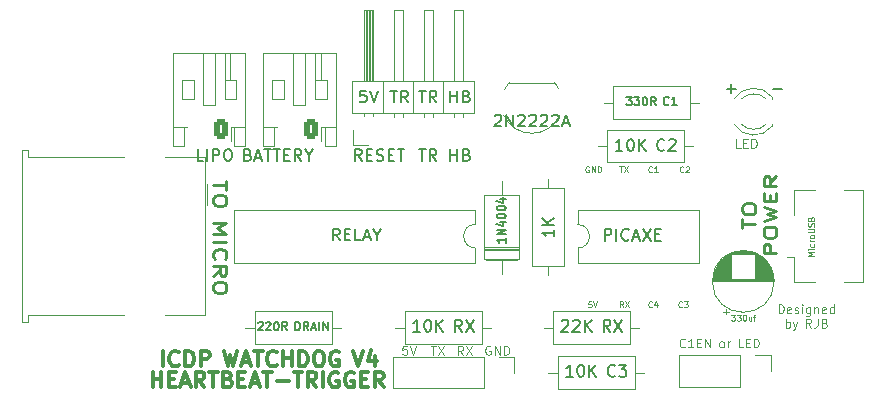
<source format=gto>
G04 #@! TF.GenerationSoftware,KiCad,Pcbnew,(7.0.0)*
G04 #@! TF.CreationDate,2023-06-02T20:53:43-06:00*
G04 #@! TF.ProjectId,WatchDogV4-CAP,57617463-6844-46f6-9756-342d4341502e,rev?*
G04 #@! TF.SameCoordinates,Original*
G04 #@! TF.FileFunction,Legend,Top*
G04 #@! TF.FilePolarity,Positive*
%FSLAX46Y46*%
G04 Gerber Fmt 4.6, Leading zero omitted, Abs format (unit mm)*
G04 Created by KiCad (PCBNEW (7.0.0)) date 2023-06-02 20:53:43*
%MOMM*%
%LPD*%
G01*
G04 APERTURE LIST*
G04 Aperture macros list*
%AMRoundRect*
0 Rectangle with rounded corners*
0 $1 Rounding radius*
0 $2 $3 $4 $5 $6 $7 $8 $9 X,Y pos of 4 corners*
0 Add a 4 corners polygon primitive as box body*
4,1,4,$2,$3,$4,$5,$6,$7,$8,$9,$2,$3,0*
0 Add four circle primitives for the rounded corners*
1,1,$1+$1,$2,$3*
1,1,$1+$1,$4,$5*
1,1,$1+$1,$6,$7*
1,1,$1+$1,$8,$9*
0 Add four rect primitives between the rounded corners*
20,1,$1+$1,$2,$3,$4,$5,0*
20,1,$1+$1,$4,$5,$6,$7,0*
20,1,$1+$1,$6,$7,$8,$9,0*
20,1,$1+$1,$8,$9,$2,$3,0*%
G04 Aperture macros list end*
%ADD10C,0.150000*%
%ADD11C,0.300000*%
%ADD12C,0.125000*%
%ADD13C,0.250000*%
%ADD14C,0.050000*%
%ADD15C,0.100000*%
%ADD16C,0.120000*%
%ADD17R,1.700000X1.700000*%
%ADD18O,1.700000X1.700000*%
%ADD19R,1.400000X0.400000*%
%ADD20R,1.900000X2.300000*%
%ADD21R,1.900000X1.800000*%
%ADD22C,2.100000*%
%ADD23R,1.500000X1.500000*%
%ADD24C,1.500000*%
%ADD25C,1.600000*%
%ADD26O,1.600000X1.600000*%
%ADD27R,1.600000X1.600000*%
%ADD28R,1.800000X1.800000*%
%ADD29C,1.800000*%
%ADD30O,1.800000X1.800000*%
%ADD31R,1.500000X1.600000*%
%ADD32C,3.000000*%
%ADD33R,1.600000X2.400000*%
%ADD34O,1.600000X2.400000*%
%ADD35RoundRect,0.250000X0.350000X0.625000X-0.350000X0.625000X-0.350000X-0.625000X0.350000X-0.625000X0*%
%ADD36O,1.200000X1.750000*%
G04 APERTURE END LIST*
D10*
X97663000Y-55372000D02*
X100203000Y-55372000D01*
X91924286Y-45976380D02*
X92495714Y-45976380D01*
X92210000Y-46976380D02*
X92210000Y-45976380D01*
X93400476Y-46976380D02*
X93067143Y-46500190D01*
X92829048Y-46976380D02*
X92829048Y-45976380D01*
X92829048Y-45976380D02*
X93210000Y-45976380D01*
X93210000Y-45976380D02*
X93305238Y-46024000D01*
X93305238Y-46024000D02*
X93352857Y-46071619D01*
X93352857Y-46071619D02*
X93400476Y-46166857D01*
X93400476Y-46166857D02*
X93400476Y-46309714D01*
X93400476Y-46309714D02*
X93352857Y-46404952D01*
X93352857Y-46404952D02*
X93305238Y-46452571D01*
X93305238Y-46452571D02*
X93210000Y-46500190D01*
X93210000Y-46500190D02*
X92829048Y-46500190D01*
X91924286Y-41023380D02*
X92495714Y-41023380D01*
X92210000Y-42023380D02*
X92210000Y-41023380D01*
X93400476Y-42023380D02*
X93067143Y-41547190D01*
X92829048Y-42023380D02*
X92829048Y-41023380D01*
X92829048Y-41023380D02*
X93210000Y-41023380D01*
X93210000Y-41023380D02*
X93305238Y-41071000D01*
X93305238Y-41071000D02*
X93352857Y-41118619D01*
X93352857Y-41118619D02*
X93400476Y-41213857D01*
X93400476Y-41213857D02*
X93400476Y-41356714D01*
X93400476Y-41356714D02*
X93352857Y-41451952D01*
X93352857Y-41451952D02*
X93305238Y-41499571D01*
X93305238Y-41499571D02*
X93210000Y-41547190D01*
X93210000Y-41547190D02*
X92829048Y-41547190D01*
D11*
X70234666Y-64358595D02*
X70234666Y-63058595D01*
X71596571Y-64234785D02*
X71534667Y-64296690D01*
X71534667Y-64296690D02*
X71348952Y-64358595D01*
X71348952Y-64358595D02*
X71225143Y-64358595D01*
X71225143Y-64358595D02*
X71039429Y-64296690D01*
X71039429Y-64296690D02*
X70915619Y-64172880D01*
X70915619Y-64172880D02*
X70853714Y-64049071D01*
X70853714Y-64049071D02*
X70791810Y-63801452D01*
X70791810Y-63801452D02*
X70791810Y-63615738D01*
X70791810Y-63615738D02*
X70853714Y-63368119D01*
X70853714Y-63368119D02*
X70915619Y-63244309D01*
X70915619Y-63244309D02*
X71039429Y-63120500D01*
X71039429Y-63120500D02*
X71225143Y-63058595D01*
X71225143Y-63058595D02*
X71348952Y-63058595D01*
X71348952Y-63058595D02*
X71534667Y-63120500D01*
X71534667Y-63120500D02*
X71596571Y-63182404D01*
X72153714Y-64358595D02*
X72153714Y-63058595D01*
X72153714Y-63058595D02*
X72463238Y-63058595D01*
X72463238Y-63058595D02*
X72648952Y-63120500D01*
X72648952Y-63120500D02*
X72772762Y-63244309D01*
X72772762Y-63244309D02*
X72834667Y-63368119D01*
X72834667Y-63368119D02*
X72896571Y-63615738D01*
X72896571Y-63615738D02*
X72896571Y-63801452D01*
X72896571Y-63801452D02*
X72834667Y-64049071D01*
X72834667Y-64049071D02*
X72772762Y-64172880D01*
X72772762Y-64172880D02*
X72648952Y-64296690D01*
X72648952Y-64296690D02*
X72463238Y-64358595D01*
X72463238Y-64358595D02*
X72153714Y-64358595D01*
X73453714Y-64358595D02*
X73453714Y-63058595D01*
X73453714Y-63058595D02*
X73948952Y-63058595D01*
X73948952Y-63058595D02*
X74072762Y-63120500D01*
X74072762Y-63120500D02*
X74134667Y-63182404D01*
X74134667Y-63182404D02*
X74196571Y-63306214D01*
X74196571Y-63306214D02*
X74196571Y-63491928D01*
X74196571Y-63491928D02*
X74134667Y-63615738D01*
X74134667Y-63615738D02*
X74072762Y-63677642D01*
X74072762Y-63677642D02*
X73948952Y-63739547D01*
X73948952Y-63739547D02*
X73453714Y-63739547D01*
X75409905Y-63058595D02*
X75719429Y-64358595D01*
X75719429Y-64358595D02*
X75967048Y-63430023D01*
X75967048Y-63430023D02*
X76214667Y-64358595D01*
X76214667Y-64358595D02*
X76524191Y-63058595D01*
X76957524Y-63987166D02*
X77576571Y-63987166D01*
X76833714Y-64358595D02*
X77267047Y-63058595D01*
X77267047Y-63058595D02*
X77700381Y-64358595D01*
X77948000Y-63058595D02*
X78690857Y-63058595D01*
X78319429Y-64358595D02*
X78319429Y-63058595D01*
X79867047Y-64234785D02*
X79805143Y-64296690D01*
X79805143Y-64296690D02*
X79619428Y-64358595D01*
X79619428Y-64358595D02*
X79495619Y-64358595D01*
X79495619Y-64358595D02*
X79309905Y-64296690D01*
X79309905Y-64296690D02*
X79186095Y-64172880D01*
X79186095Y-64172880D02*
X79124190Y-64049071D01*
X79124190Y-64049071D02*
X79062286Y-63801452D01*
X79062286Y-63801452D02*
X79062286Y-63615738D01*
X79062286Y-63615738D02*
X79124190Y-63368119D01*
X79124190Y-63368119D02*
X79186095Y-63244309D01*
X79186095Y-63244309D02*
X79309905Y-63120500D01*
X79309905Y-63120500D02*
X79495619Y-63058595D01*
X79495619Y-63058595D02*
X79619428Y-63058595D01*
X79619428Y-63058595D02*
X79805143Y-63120500D01*
X79805143Y-63120500D02*
X79867047Y-63182404D01*
X80424190Y-64358595D02*
X80424190Y-63058595D01*
X80424190Y-63677642D02*
X81167047Y-63677642D01*
X81167047Y-64358595D02*
X81167047Y-63058595D01*
X81786095Y-64358595D02*
X81786095Y-63058595D01*
X81786095Y-63058595D02*
X82095619Y-63058595D01*
X82095619Y-63058595D02*
X82281333Y-63120500D01*
X82281333Y-63120500D02*
X82405143Y-63244309D01*
X82405143Y-63244309D02*
X82467048Y-63368119D01*
X82467048Y-63368119D02*
X82528952Y-63615738D01*
X82528952Y-63615738D02*
X82528952Y-63801452D01*
X82528952Y-63801452D02*
X82467048Y-64049071D01*
X82467048Y-64049071D02*
X82405143Y-64172880D01*
X82405143Y-64172880D02*
X82281333Y-64296690D01*
X82281333Y-64296690D02*
X82095619Y-64358595D01*
X82095619Y-64358595D02*
X81786095Y-64358595D01*
X83333714Y-63058595D02*
X83581333Y-63058595D01*
X83581333Y-63058595D02*
X83705143Y-63120500D01*
X83705143Y-63120500D02*
X83828952Y-63244309D01*
X83828952Y-63244309D02*
X83890857Y-63491928D01*
X83890857Y-63491928D02*
X83890857Y-63925261D01*
X83890857Y-63925261D02*
X83828952Y-64172880D01*
X83828952Y-64172880D02*
X83705143Y-64296690D01*
X83705143Y-64296690D02*
X83581333Y-64358595D01*
X83581333Y-64358595D02*
X83333714Y-64358595D01*
X83333714Y-64358595D02*
X83209905Y-64296690D01*
X83209905Y-64296690D02*
X83086095Y-64172880D01*
X83086095Y-64172880D02*
X83024191Y-63925261D01*
X83024191Y-63925261D02*
X83024191Y-63491928D01*
X83024191Y-63491928D02*
X83086095Y-63244309D01*
X83086095Y-63244309D02*
X83209905Y-63120500D01*
X83209905Y-63120500D02*
X83333714Y-63058595D01*
X85128953Y-63120500D02*
X85005143Y-63058595D01*
X85005143Y-63058595D02*
X84819429Y-63058595D01*
X84819429Y-63058595D02*
X84633715Y-63120500D01*
X84633715Y-63120500D02*
X84509905Y-63244309D01*
X84509905Y-63244309D02*
X84448000Y-63368119D01*
X84448000Y-63368119D02*
X84386096Y-63615738D01*
X84386096Y-63615738D02*
X84386096Y-63801452D01*
X84386096Y-63801452D02*
X84448000Y-64049071D01*
X84448000Y-64049071D02*
X84509905Y-64172880D01*
X84509905Y-64172880D02*
X84633715Y-64296690D01*
X84633715Y-64296690D02*
X84819429Y-64358595D01*
X84819429Y-64358595D02*
X84943238Y-64358595D01*
X84943238Y-64358595D02*
X85128953Y-64296690D01*
X85128953Y-64296690D02*
X85190857Y-64234785D01*
X85190857Y-64234785D02*
X85190857Y-63801452D01*
X85190857Y-63801452D02*
X84943238Y-63801452D01*
X86342286Y-63058595D02*
X86775619Y-64358595D01*
X86775619Y-64358595D02*
X87208953Y-63058595D01*
X88199429Y-63491928D02*
X88199429Y-64358595D01*
X87889905Y-62996690D02*
X87580382Y-63925261D01*
X87580382Y-63925261D02*
X88385143Y-63925261D01*
D10*
X117983048Y-40880428D02*
X118744953Y-40880428D01*
X118364000Y-41261380D02*
X118364000Y-40499476D01*
D12*
X114451571Y-62688107D02*
X114415857Y-62723821D01*
X114415857Y-62723821D02*
X114308714Y-62759535D01*
X114308714Y-62759535D02*
X114237286Y-62759535D01*
X114237286Y-62759535D02*
X114130143Y-62723821D01*
X114130143Y-62723821D02*
X114058714Y-62652392D01*
X114058714Y-62652392D02*
X114023000Y-62580964D01*
X114023000Y-62580964D02*
X113987286Y-62438107D01*
X113987286Y-62438107D02*
X113987286Y-62330964D01*
X113987286Y-62330964D02*
X114023000Y-62188107D01*
X114023000Y-62188107D02*
X114058714Y-62116678D01*
X114058714Y-62116678D02*
X114130143Y-62045250D01*
X114130143Y-62045250D02*
X114237286Y-62009535D01*
X114237286Y-62009535D02*
X114308714Y-62009535D01*
X114308714Y-62009535D02*
X114415857Y-62045250D01*
X114415857Y-62045250D02*
X114451571Y-62080964D01*
X115165857Y-62759535D02*
X114737286Y-62759535D01*
X114951571Y-62759535D02*
X114951571Y-62009535D01*
X114951571Y-62009535D02*
X114880143Y-62116678D01*
X114880143Y-62116678D02*
X114808714Y-62188107D01*
X114808714Y-62188107D02*
X114737286Y-62223821D01*
X115487286Y-62366678D02*
X115737286Y-62366678D01*
X115844429Y-62759535D02*
X115487286Y-62759535D01*
X115487286Y-62759535D02*
X115487286Y-62009535D01*
X115487286Y-62009535D02*
X115844429Y-62009535D01*
X116165857Y-62759535D02*
X116165857Y-62009535D01*
X116165857Y-62009535D02*
X116594428Y-62759535D01*
X116594428Y-62759535D02*
X116594428Y-62009535D01*
X117508714Y-62759535D02*
X117437285Y-62723821D01*
X117437285Y-62723821D02*
X117401571Y-62688107D01*
X117401571Y-62688107D02*
X117365857Y-62616678D01*
X117365857Y-62616678D02*
X117365857Y-62402392D01*
X117365857Y-62402392D02*
X117401571Y-62330964D01*
X117401571Y-62330964D02*
X117437285Y-62295250D01*
X117437285Y-62295250D02*
X117508714Y-62259535D01*
X117508714Y-62259535D02*
X117615857Y-62259535D01*
X117615857Y-62259535D02*
X117687285Y-62295250D01*
X117687285Y-62295250D02*
X117723000Y-62330964D01*
X117723000Y-62330964D02*
X117758714Y-62402392D01*
X117758714Y-62402392D02*
X117758714Y-62616678D01*
X117758714Y-62616678D02*
X117723000Y-62688107D01*
X117723000Y-62688107D02*
X117687285Y-62723821D01*
X117687285Y-62723821D02*
X117615857Y-62759535D01*
X117615857Y-62759535D02*
X117508714Y-62759535D01*
X118080142Y-62759535D02*
X118080142Y-62259535D01*
X118080142Y-62402392D02*
X118115856Y-62330964D01*
X118115856Y-62330964D02*
X118151571Y-62295250D01*
X118151571Y-62295250D02*
X118222999Y-62259535D01*
X118222999Y-62259535D02*
X118294428Y-62259535D01*
X119351571Y-62759535D02*
X118994428Y-62759535D01*
X118994428Y-62759535D02*
X118994428Y-62009535D01*
X119601571Y-62366678D02*
X119851571Y-62366678D01*
X119958714Y-62759535D02*
X119601571Y-62759535D01*
X119601571Y-62759535D02*
X119601571Y-62009535D01*
X119601571Y-62009535D02*
X119958714Y-62009535D01*
X120280142Y-62759535D02*
X120280142Y-62009535D01*
X120280142Y-62009535D02*
X120458713Y-62009535D01*
X120458713Y-62009535D02*
X120565856Y-62045250D01*
X120565856Y-62045250D02*
X120637285Y-62116678D01*
X120637285Y-62116678D02*
X120672999Y-62188107D01*
X120672999Y-62188107D02*
X120708713Y-62330964D01*
X120708713Y-62330964D02*
X120708713Y-62438107D01*
X120708713Y-62438107D02*
X120672999Y-62580964D01*
X120672999Y-62580964D02*
X120637285Y-62652392D01*
X120637285Y-62652392D02*
X120565856Y-62723821D01*
X120565856Y-62723821D02*
X120458713Y-62759535D01*
X120458713Y-62759535D02*
X120280142Y-62759535D01*
D13*
X119317119Y-52695333D02*
X119317119Y-51895333D01*
X120417119Y-52295333D02*
X119317119Y-52295333D01*
X119317119Y-51162000D02*
X119317119Y-50895333D01*
X119317119Y-50895333D02*
X119369500Y-50762000D01*
X119369500Y-50762000D02*
X119474261Y-50628666D01*
X119474261Y-50628666D02*
X119683785Y-50562000D01*
X119683785Y-50562000D02*
X120050452Y-50562000D01*
X120050452Y-50562000D02*
X120259976Y-50628666D01*
X120259976Y-50628666D02*
X120364738Y-50762000D01*
X120364738Y-50762000D02*
X120417119Y-50895333D01*
X120417119Y-50895333D02*
X120417119Y-51162000D01*
X120417119Y-51162000D02*
X120364738Y-51295333D01*
X120364738Y-51295333D02*
X120259976Y-51428666D01*
X120259976Y-51428666D02*
X120050452Y-51495333D01*
X120050452Y-51495333D02*
X119683785Y-51495333D01*
X119683785Y-51495333D02*
X119474261Y-51428666D01*
X119474261Y-51428666D02*
X119369500Y-51295333D01*
X119369500Y-51295333D02*
X119317119Y-51162000D01*
X122199119Y-54795333D02*
X121099119Y-54795333D01*
X121099119Y-54795333D02*
X121099119Y-54262000D01*
X121099119Y-54262000D02*
X121151500Y-54128667D01*
X121151500Y-54128667D02*
X121203880Y-54062000D01*
X121203880Y-54062000D02*
X121308642Y-53995333D01*
X121308642Y-53995333D02*
X121465785Y-53995333D01*
X121465785Y-53995333D02*
X121570547Y-54062000D01*
X121570547Y-54062000D02*
X121622928Y-54128667D01*
X121622928Y-54128667D02*
X121675309Y-54262000D01*
X121675309Y-54262000D02*
X121675309Y-54795333D01*
X121099119Y-53128667D02*
X121099119Y-52862000D01*
X121099119Y-52862000D02*
X121151500Y-52728667D01*
X121151500Y-52728667D02*
X121256261Y-52595333D01*
X121256261Y-52595333D02*
X121465785Y-52528667D01*
X121465785Y-52528667D02*
X121832452Y-52528667D01*
X121832452Y-52528667D02*
X122041976Y-52595333D01*
X122041976Y-52595333D02*
X122146738Y-52728667D01*
X122146738Y-52728667D02*
X122199119Y-52862000D01*
X122199119Y-52862000D02*
X122199119Y-53128667D01*
X122199119Y-53128667D02*
X122146738Y-53262000D01*
X122146738Y-53262000D02*
X122041976Y-53395333D01*
X122041976Y-53395333D02*
X121832452Y-53462000D01*
X121832452Y-53462000D02*
X121465785Y-53462000D01*
X121465785Y-53462000D02*
X121256261Y-53395333D01*
X121256261Y-53395333D02*
X121151500Y-53262000D01*
X121151500Y-53262000D02*
X121099119Y-53128667D01*
X121099119Y-52062000D02*
X122199119Y-51728666D01*
X122199119Y-51728666D02*
X121413404Y-51462000D01*
X121413404Y-51462000D02*
X122199119Y-51195333D01*
X122199119Y-51195333D02*
X121099119Y-50862000D01*
X121622928Y-50328666D02*
X121622928Y-49862000D01*
X122199119Y-49662000D02*
X122199119Y-50328666D01*
X122199119Y-50328666D02*
X121099119Y-50328666D01*
X121099119Y-50328666D02*
X121099119Y-49662000D01*
X122199119Y-48261999D02*
X121675309Y-48728666D01*
X122199119Y-49061999D02*
X121099119Y-49061999D01*
X121099119Y-49061999D02*
X121099119Y-48528666D01*
X121099119Y-48528666D02*
X121151500Y-48395333D01*
X121151500Y-48395333D02*
X121203880Y-48328666D01*
X121203880Y-48328666D02*
X121308642Y-48261999D01*
X121308642Y-48261999D02*
X121465785Y-48261999D01*
X121465785Y-48261999D02*
X121570547Y-48328666D01*
X121570547Y-48328666D02*
X121622928Y-48395333D01*
X121622928Y-48395333D02*
X121675309Y-48528666D01*
X121675309Y-48528666D02*
X121675309Y-49061999D01*
D10*
X94591286Y-46976380D02*
X94591286Y-45976380D01*
X94591286Y-46452571D02*
X95162714Y-46452571D01*
X95162714Y-46976380D02*
X95162714Y-45976380D01*
X95972238Y-46452571D02*
X96115095Y-46500190D01*
X96115095Y-46500190D02*
X96162714Y-46547809D01*
X96162714Y-46547809D02*
X96210333Y-46643047D01*
X96210333Y-46643047D02*
X96210333Y-46785904D01*
X96210333Y-46785904D02*
X96162714Y-46881142D01*
X96162714Y-46881142D02*
X96115095Y-46928761D01*
X96115095Y-46928761D02*
X96019857Y-46976380D01*
X96019857Y-46976380D02*
X95638905Y-46976380D01*
X95638905Y-46976380D02*
X95638905Y-45976380D01*
X95638905Y-45976380D02*
X95972238Y-45976380D01*
X95972238Y-45976380D02*
X96067476Y-46024000D01*
X96067476Y-46024000D02*
X96115095Y-46071619D01*
X96115095Y-46071619D02*
X96162714Y-46166857D01*
X96162714Y-46166857D02*
X96162714Y-46262095D01*
X96162714Y-46262095D02*
X96115095Y-46357333D01*
X96115095Y-46357333D02*
X96067476Y-46404952D01*
X96067476Y-46404952D02*
X95972238Y-46452571D01*
X95972238Y-46452571D02*
X95638905Y-46452571D01*
X87066618Y-46976380D02*
X86733285Y-46500190D01*
X86495190Y-46976380D02*
X86495190Y-45976380D01*
X86495190Y-45976380D02*
X86876142Y-45976380D01*
X86876142Y-45976380D02*
X86971380Y-46024000D01*
X86971380Y-46024000D02*
X87018999Y-46071619D01*
X87018999Y-46071619D02*
X87066618Y-46166857D01*
X87066618Y-46166857D02*
X87066618Y-46309714D01*
X87066618Y-46309714D02*
X87018999Y-46404952D01*
X87018999Y-46404952D02*
X86971380Y-46452571D01*
X86971380Y-46452571D02*
X86876142Y-46500190D01*
X86876142Y-46500190D02*
X86495190Y-46500190D01*
X87495190Y-46452571D02*
X87828523Y-46452571D01*
X87971380Y-46976380D02*
X87495190Y-46976380D01*
X87495190Y-46976380D02*
X87495190Y-45976380D01*
X87495190Y-45976380D02*
X87971380Y-45976380D01*
X88352333Y-46928761D02*
X88495190Y-46976380D01*
X88495190Y-46976380D02*
X88733285Y-46976380D01*
X88733285Y-46976380D02*
X88828523Y-46928761D01*
X88828523Y-46928761D02*
X88876142Y-46881142D01*
X88876142Y-46881142D02*
X88923761Y-46785904D01*
X88923761Y-46785904D02*
X88923761Y-46690666D01*
X88923761Y-46690666D02*
X88876142Y-46595428D01*
X88876142Y-46595428D02*
X88828523Y-46547809D01*
X88828523Y-46547809D02*
X88733285Y-46500190D01*
X88733285Y-46500190D02*
X88542809Y-46452571D01*
X88542809Y-46452571D02*
X88447571Y-46404952D01*
X88447571Y-46404952D02*
X88399952Y-46357333D01*
X88399952Y-46357333D02*
X88352333Y-46262095D01*
X88352333Y-46262095D02*
X88352333Y-46166857D01*
X88352333Y-46166857D02*
X88399952Y-46071619D01*
X88399952Y-46071619D02*
X88447571Y-46024000D01*
X88447571Y-46024000D02*
X88542809Y-45976380D01*
X88542809Y-45976380D02*
X88780904Y-45976380D01*
X88780904Y-45976380D02*
X88923761Y-46024000D01*
X89352333Y-46452571D02*
X89685666Y-46452571D01*
X89828523Y-46976380D02*
X89352333Y-46976380D01*
X89352333Y-46976380D02*
X89352333Y-45976380D01*
X89352333Y-45976380D02*
X89828523Y-45976380D01*
X90114238Y-45976380D02*
X90685666Y-45976380D01*
X90399952Y-46976380D02*
X90399952Y-45976380D01*
X73654190Y-46976380D02*
X73178000Y-46976380D01*
X73178000Y-46976380D02*
X73178000Y-45976380D01*
X73987524Y-46976380D02*
X73987524Y-45976380D01*
X74463714Y-46976380D02*
X74463714Y-45976380D01*
X74463714Y-45976380D02*
X74844666Y-45976380D01*
X74844666Y-45976380D02*
X74939904Y-46024000D01*
X74939904Y-46024000D02*
X74987523Y-46071619D01*
X74987523Y-46071619D02*
X75035142Y-46166857D01*
X75035142Y-46166857D02*
X75035142Y-46309714D01*
X75035142Y-46309714D02*
X74987523Y-46404952D01*
X74987523Y-46404952D02*
X74939904Y-46452571D01*
X74939904Y-46452571D02*
X74844666Y-46500190D01*
X74844666Y-46500190D02*
X74463714Y-46500190D01*
X75654190Y-45976380D02*
X75844666Y-45976380D01*
X75844666Y-45976380D02*
X75939904Y-46024000D01*
X75939904Y-46024000D02*
X76035142Y-46119238D01*
X76035142Y-46119238D02*
X76082761Y-46309714D01*
X76082761Y-46309714D02*
X76082761Y-46643047D01*
X76082761Y-46643047D02*
X76035142Y-46833523D01*
X76035142Y-46833523D02*
X75939904Y-46928761D01*
X75939904Y-46928761D02*
X75844666Y-46976380D01*
X75844666Y-46976380D02*
X75654190Y-46976380D01*
X75654190Y-46976380D02*
X75558952Y-46928761D01*
X75558952Y-46928761D02*
X75463714Y-46833523D01*
X75463714Y-46833523D02*
X75416095Y-46643047D01*
X75416095Y-46643047D02*
X75416095Y-46309714D01*
X75416095Y-46309714D02*
X75463714Y-46119238D01*
X75463714Y-46119238D02*
X75558952Y-46024000D01*
X75558952Y-46024000D02*
X75654190Y-45976380D01*
X77444666Y-46452571D02*
X77587523Y-46500190D01*
X77587523Y-46500190D02*
X77635142Y-46547809D01*
X77635142Y-46547809D02*
X77682761Y-46643047D01*
X77682761Y-46643047D02*
X77682761Y-46785904D01*
X77682761Y-46785904D02*
X77635142Y-46881142D01*
X77635142Y-46881142D02*
X77587523Y-46928761D01*
X77587523Y-46928761D02*
X77492285Y-46976380D01*
X77492285Y-46976380D02*
X77111333Y-46976380D01*
X77111333Y-46976380D02*
X77111333Y-45976380D01*
X77111333Y-45976380D02*
X77444666Y-45976380D01*
X77444666Y-45976380D02*
X77539904Y-46024000D01*
X77539904Y-46024000D02*
X77587523Y-46071619D01*
X77587523Y-46071619D02*
X77635142Y-46166857D01*
X77635142Y-46166857D02*
X77635142Y-46262095D01*
X77635142Y-46262095D02*
X77587523Y-46357333D01*
X77587523Y-46357333D02*
X77539904Y-46404952D01*
X77539904Y-46404952D02*
X77444666Y-46452571D01*
X77444666Y-46452571D02*
X77111333Y-46452571D01*
X78063714Y-46690666D02*
X78539904Y-46690666D01*
X77968476Y-46976380D02*
X78301809Y-45976380D01*
X78301809Y-45976380D02*
X78635142Y-46976380D01*
X78825619Y-45976380D02*
X79397047Y-45976380D01*
X79111333Y-46976380D02*
X79111333Y-45976380D01*
X79587524Y-45976380D02*
X80158952Y-45976380D01*
X79873238Y-46976380D02*
X79873238Y-45976380D01*
X80492286Y-46452571D02*
X80825619Y-46452571D01*
X80968476Y-46976380D02*
X80492286Y-46976380D01*
X80492286Y-46976380D02*
X80492286Y-45976380D01*
X80492286Y-45976380D02*
X80968476Y-45976380D01*
X81968476Y-46976380D02*
X81635143Y-46500190D01*
X81397048Y-46976380D02*
X81397048Y-45976380D01*
X81397048Y-45976380D02*
X81778000Y-45976380D01*
X81778000Y-45976380D02*
X81873238Y-46024000D01*
X81873238Y-46024000D02*
X81920857Y-46071619D01*
X81920857Y-46071619D02*
X81968476Y-46166857D01*
X81968476Y-46166857D02*
X81968476Y-46309714D01*
X81968476Y-46309714D02*
X81920857Y-46404952D01*
X81920857Y-46404952D02*
X81873238Y-46452571D01*
X81873238Y-46452571D02*
X81778000Y-46500190D01*
X81778000Y-46500190D02*
X81397048Y-46500190D01*
X82587524Y-46500190D02*
X82587524Y-46976380D01*
X82254191Y-45976380D02*
X82587524Y-46500190D01*
X82587524Y-46500190D02*
X82920857Y-45976380D01*
D14*
X122374715Y-59866035D02*
X122374715Y-59116035D01*
X122374715Y-59116035D02*
X122553286Y-59116035D01*
X122553286Y-59116035D02*
X122660429Y-59151750D01*
X122660429Y-59151750D02*
X122731858Y-59223178D01*
X122731858Y-59223178D02*
X122767572Y-59294607D01*
X122767572Y-59294607D02*
X122803286Y-59437464D01*
X122803286Y-59437464D02*
X122803286Y-59544607D01*
X122803286Y-59544607D02*
X122767572Y-59687464D01*
X122767572Y-59687464D02*
X122731858Y-59758892D01*
X122731858Y-59758892D02*
X122660429Y-59830321D01*
X122660429Y-59830321D02*
X122553286Y-59866035D01*
X122553286Y-59866035D02*
X122374715Y-59866035D01*
X123410429Y-59830321D02*
X123339001Y-59866035D01*
X123339001Y-59866035D02*
X123196144Y-59866035D01*
X123196144Y-59866035D02*
X123124715Y-59830321D01*
X123124715Y-59830321D02*
X123089001Y-59758892D01*
X123089001Y-59758892D02*
X123089001Y-59473178D01*
X123089001Y-59473178D02*
X123124715Y-59401750D01*
X123124715Y-59401750D02*
X123196144Y-59366035D01*
X123196144Y-59366035D02*
X123339001Y-59366035D01*
X123339001Y-59366035D02*
X123410429Y-59401750D01*
X123410429Y-59401750D02*
X123446144Y-59473178D01*
X123446144Y-59473178D02*
X123446144Y-59544607D01*
X123446144Y-59544607D02*
X123089001Y-59616035D01*
X123731858Y-59830321D02*
X123803286Y-59866035D01*
X123803286Y-59866035D02*
X123946143Y-59866035D01*
X123946143Y-59866035D02*
X124017572Y-59830321D01*
X124017572Y-59830321D02*
X124053286Y-59758892D01*
X124053286Y-59758892D02*
X124053286Y-59723178D01*
X124053286Y-59723178D02*
X124017572Y-59651750D01*
X124017572Y-59651750D02*
X123946143Y-59616035D01*
X123946143Y-59616035D02*
X123839001Y-59616035D01*
X123839001Y-59616035D02*
X123767572Y-59580321D01*
X123767572Y-59580321D02*
X123731858Y-59508892D01*
X123731858Y-59508892D02*
X123731858Y-59473178D01*
X123731858Y-59473178D02*
X123767572Y-59401750D01*
X123767572Y-59401750D02*
X123839001Y-59366035D01*
X123839001Y-59366035D02*
X123946143Y-59366035D01*
X123946143Y-59366035D02*
X124017572Y-59401750D01*
X124374715Y-59866035D02*
X124374715Y-59366035D01*
X124374715Y-59116035D02*
X124339001Y-59151750D01*
X124339001Y-59151750D02*
X124374715Y-59187464D01*
X124374715Y-59187464D02*
X124410429Y-59151750D01*
X124410429Y-59151750D02*
X124374715Y-59116035D01*
X124374715Y-59116035D02*
X124374715Y-59187464D01*
X125053287Y-59366035D02*
X125053287Y-59973178D01*
X125053287Y-59973178D02*
X125017572Y-60044607D01*
X125017572Y-60044607D02*
X124981858Y-60080321D01*
X124981858Y-60080321D02*
X124910429Y-60116035D01*
X124910429Y-60116035D02*
X124803287Y-60116035D01*
X124803287Y-60116035D02*
X124731858Y-60080321D01*
X125053287Y-59830321D02*
X124981858Y-59866035D01*
X124981858Y-59866035D02*
X124839001Y-59866035D01*
X124839001Y-59866035D02*
X124767572Y-59830321D01*
X124767572Y-59830321D02*
X124731858Y-59794607D01*
X124731858Y-59794607D02*
X124696144Y-59723178D01*
X124696144Y-59723178D02*
X124696144Y-59508892D01*
X124696144Y-59508892D02*
X124731858Y-59437464D01*
X124731858Y-59437464D02*
X124767572Y-59401750D01*
X124767572Y-59401750D02*
X124839001Y-59366035D01*
X124839001Y-59366035D02*
X124981858Y-59366035D01*
X124981858Y-59366035D02*
X125053287Y-59401750D01*
X125410429Y-59366035D02*
X125410429Y-59866035D01*
X125410429Y-59437464D02*
X125446143Y-59401750D01*
X125446143Y-59401750D02*
X125517572Y-59366035D01*
X125517572Y-59366035D02*
X125624715Y-59366035D01*
X125624715Y-59366035D02*
X125696143Y-59401750D01*
X125696143Y-59401750D02*
X125731858Y-59473178D01*
X125731858Y-59473178D02*
X125731858Y-59866035D01*
X126374714Y-59830321D02*
X126303286Y-59866035D01*
X126303286Y-59866035D02*
X126160429Y-59866035D01*
X126160429Y-59866035D02*
X126089000Y-59830321D01*
X126089000Y-59830321D02*
X126053286Y-59758892D01*
X126053286Y-59758892D02*
X126053286Y-59473178D01*
X126053286Y-59473178D02*
X126089000Y-59401750D01*
X126089000Y-59401750D02*
X126160429Y-59366035D01*
X126160429Y-59366035D02*
X126303286Y-59366035D01*
X126303286Y-59366035D02*
X126374714Y-59401750D01*
X126374714Y-59401750D02*
X126410429Y-59473178D01*
X126410429Y-59473178D02*
X126410429Y-59544607D01*
X126410429Y-59544607D02*
X126053286Y-59616035D01*
X127053286Y-59866035D02*
X127053286Y-59116035D01*
X127053286Y-59830321D02*
X126981857Y-59866035D01*
X126981857Y-59866035D02*
X126839000Y-59866035D01*
X126839000Y-59866035D02*
X126767571Y-59830321D01*
X126767571Y-59830321D02*
X126731857Y-59794607D01*
X126731857Y-59794607D02*
X126696143Y-59723178D01*
X126696143Y-59723178D02*
X126696143Y-59508892D01*
X126696143Y-59508892D02*
X126731857Y-59437464D01*
X126731857Y-59437464D02*
X126767571Y-59401750D01*
X126767571Y-59401750D02*
X126839000Y-59366035D01*
X126839000Y-59366035D02*
X126981857Y-59366035D01*
X126981857Y-59366035D02*
X127053286Y-59401750D01*
X123006857Y-61081035D02*
X123006857Y-60331035D01*
X123006857Y-60616750D02*
X123078286Y-60581035D01*
X123078286Y-60581035D02*
X123221143Y-60581035D01*
X123221143Y-60581035D02*
X123292571Y-60616750D01*
X123292571Y-60616750D02*
X123328286Y-60652464D01*
X123328286Y-60652464D02*
X123364000Y-60723892D01*
X123364000Y-60723892D02*
X123364000Y-60938178D01*
X123364000Y-60938178D02*
X123328286Y-61009607D01*
X123328286Y-61009607D02*
X123292571Y-61045321D01*
X123292571Y-61045321D02*
X123221143Y-61081035D01*
X123221143Y-61081035D02*
X123078286Y-61081035D01*
X123078286Y-61081035D02*
X123006857Y-61045321D01*
X123613999Y-60581035D02*
X123792571Y-61081035D01*
X123971142Y-60581035D02*
X123792571Y-61081035D01*
X123792571Y-61081035D02*
X123721142Y-61259607D01*
X123721142Y-61259607D02*
X123685428Y-61295321D01*
X123685428Y-61295321D02*
X123613999Y-61331035D01*
X125135428Y-61081035D02*
X124885428Y-60723892D01*
X124706857Y-61081035D02*
X124706857Y-60331035D01*
X124706857Y-60331035D02*
X124992571Y-60331035D01*
X124992571Y-60331035D02*
X125064000Y-60366750D01*
X125064000Y-60366750D02*
X125099714Y-60402464D01*
X125099714Y-60402464D02*
X125135428Y-60473892D01*
X125135428Y-60473892D02*
X125135428Y-60581035D01*
X125135428Y-60581035D02*
X125099714Y-60652464D01*
X125099714Y-60652464D02*
X125064000Y-60688178D01*
X125064000Y-60688178D02*
X124992571Y-60723892D01*
X124992571Y-60723892D02*
X124706857Y-60723892D01*
X125671143Y-60331035D02*
X125671143Y-60866750D01*
X125671143Y-60866750D02*
X125635428Y-60973892D01*
X125635428Y-60973892D02*
X125564000Y-61045321D01*
X125564000Y-61045321D02*
X125456857Y-61081035D01*
X125456857Y-61081035D02*
X125385428Y-61081035D01*
X126278286Y-60688178D02*
X126385429Y-60723892D01*
X126385429Y-60723892D02*
X126421143Y-60759607D01*
X126421143Y-60759607D02*
X126456857Y-60831035D01*
X126456857Y-60831035D02*
X126456857Y-60938178D01*
X126456857Y-60938178D02*
X126421143Y-61009607D01*
X126421143Y-61009607D02*
X126385429Y-61045321D01*
X126385429Y-61045321D02*
X126314000Y-61081035D01*
X126314000Y-61081035D02*
X126028286Y-61081035D01*
X126028286Y-61081035D02*
X126028286Y-60331035D01*
X126028286Y-60331035D02*
X126278286Y-60331035D01*
X126278286Y-60331035D02*
X126349715Y-60366750D01*
X126349715Y-60366750D02*
X126385429Y-60402464D01*
X126385429Y-60402464D02*
X126421143Y-60473892D01*
X126421143Y-60473892D02*
X126421143Y-60545321D01*
X126421143Y-60545321D02*
X126385429Y-60616750D01*
X126385429Y-60616750D02*
X126349715Y-60652464D01*
X126349715Y-60652464D02*
X126278286Y-60688178D01*
X126278286Y-60688178D02*
X126028286Y-60688178D01*
D12*
X109243761Y-59365690D02*
X109077095Y-59127595D01*
X108958047Y-59365690D02*
X108958047Y-58865690D01*
X108958047Y-58865690D02*
X109148523Y-58865690D01*
X109148523Y-58865690D02*
X109196142Y-58889500D01*
X109196142Y-58889500D02*
X109219952Y-58913309D01*
X109219952Y-58913309D02*
X109243761Y-58960928D01*
X109243761Y-58960928D02*
X109243761Y-59032357D01*
X109243761Y-59032357D02*
X109219952Y-59079976D01*
X109219952Y-59079976D02*
X109196142Y-59103785D01*
X109196142Y-59103785D02*
X109148523Y-59127595D01*
X109148523Y-59127595D02*
X108958047Y-59127595D01*
X109410428Y-58865690D02*
X109743761Y-59365690D01*
X109743761Y-58865690D02*
X109410428Y-59365690D01*
X114196761Y-59318071D02*
X114172952Y-59341880D01*
X114172952Y-59341880D02*
X114101523Y-59365690D01*
X114101523Y-59365690D02*
X114053904Y-59365690D01*
X114053904Y-59365690D02*
X113982476Y-59341880D01*
X113982476Y-59341880D02*
X113934857Y-59294261D01*
X113934857Y-59294261D02*
X113911047Y-59246642D01*
X113911047Y-59246642D02*
X113887238Y-59151404D01*
X113887238Y-59151404D02*
X113887238Y-59079976D01*
X113887238Y-59079976D02*
X113911047Y-58984738D01*
X113911047Y-58984738D02*
X113934857Y-58937119D01*
X113934857Y-58937119D02*
X113982476Y-58889500D01*
X113982476Y-58889500D02*
X114053904Y-58865690D01*
X114053904Y-58865690D02*
X114101523Y-58865690D01*
X114101523Y-58865690D02*
X114172952Y-58889500D01*
X114172952Y-58889500D02*
X114196761Y-58913309D01*
X114363428Y-58865690D02*
X114672952Y-58865690D01*
X114672952Y-58865690D02*
X114506285Y-59056166D01*
X114506285Y-59056166D02*
X114577714Y-59056166D01*
X114577714Y-59056166D02*
X114625333Y-59079976D01*
X114625333Y-59079976D02*
X114649142Y-59103785D01*
X114649142Y-59103785D02*
X114672952Y-59151404D01*
X114672952Y-59151404D02*
X114672952Y-59270452D01*
X114672952Y-59270452D02*
X114649142Y-59318071D01*
X114649142Y-59318071D02*
X114625333Y-59341880D01*
X114625333Y-59341880D02*
X114577714Y-59365690D01*
X114577714Y-59365690D02*
X114434857Y-59365690D01*
X114434857Y-59365690D02*
X114387238Y-59341880D01*
X114387238Y-59341880D02*
X114363428Y-59318071D01*
X106529142Y-58865690D02*
X106291047Y-58865690D01*
X106291047Y-58865690D02*
X106267238Y-59103785D01*
X106267238Y-59103785D02*
X106291047Y-59079976D01*
X106291047Y-59079976D02*
X106338666Y-59056166D01*
X106338666Y-59056166D02*
X106457714Y-59056166D01*
X106457714Y-59056166D02*
X106505333Y-59079976D01*
X106505333Y-59079976D02*
X106529142Y-59103785D01*
X106529142Y-59103785D02*
X106552952Y-59151404D01*
X106552952Y-59151404D02*
X106552952Y-59270452D01*
X106552952Y-59270452D02*
X106529142Y-59318071D01*
X106529142Y-59318071D02*
X106505333Y-59341880D01*
X106505333Y-59341880D02*
X106457714Y-59365690D01*
X106457714Y-59365690D02*
X106338666Y-59365690D01*
X106338666Y-59365690D02*
X106291047Y-59341880D01*
X106291047Y-59341880D02*
X106267238Y-59318071D01*
X106695809Y-58865690D02*
X106862475Y-59365690D01*
X106862475Y-59365690D02*
X107029142Y-58865690D01*
X106298952Y-47459500D02*
X106251333Y-47435690D01*
X106251333Y-47435690D02*
X106179904Y-47435690D01*
X106179904Y-47435690D02*
X106108476Y-47459500D01*
X106108476Y-47459500D02*
X106060857Y-47507119D01*
X106060857Y-47507119D02*
X106037047Y-47554738D01*
X106037047Y-47554738D02*
X106013238Y-47649976D01*
X106013238Y-47649976D02*
X106013238Y-47721404D01*
X106013238Y-47721404D02*
X106037047Y-47816642D01*
X106037047Y-47816642D02*
X106060857Y-47864261D01*
X106060857Y-47864261D02*
X106108476Y-47911880D01*
X106108476Y-47911880D02*
X106179904Y-47935690D01*
X106179904Y-47935690D02*
X106227523Y-47935690D01*
X106227523Y-47935690D02*
X106298952Y-47911880D01*
X106298952Y-47911880D02*
X106322761Y-47888071D01*
X106322761Y-47888071D02*
X106322761Y-47721404D01*
X106322761Y-47721404D02*
X106227523Y-47721404D01*
X106537047Y-47935690D02*
X106537047Y-47435690D01*
X106537047Y-47435690D02*
X106822761Y-47935690D01*
X106822761Y-47935690D02*
X106822761Y-47435690D01*
X107060857Y-47935690D02*
X107060857Y-47435690D01*
X107060857Y-47435690D02*
X107179905Y-47435690D01*
X107179905Y-47435690D02*
X107251333Y-47459500D01*
X107251333Y-47459500D02*
X107298952Y-47507119D01*
X107298952Y-47507119D02*
X107322762Y-47554738D01*
X107322762Y-47554738D02*
X107346571Y-47649976D01*
X107346571Y-47649976D02*
X107346571Y-47721404D01*
X107346571Y-47721404D02*
X107322762Y-47816642D01*
X107322762Y-47816642D02*
X107298952Y-47864261D01*
X107298952Y-47864261D02*
X107251333Y-47911880D01*
X107251333Y-47911880D02*
X107179905Y-47935690D01*
X107179905Y-47935690D02*
X107060857Y-47935690D01*
D11*
X69371000Y-66136595D02*
X69371000Y-64836595D01*
X69371000Y-65455642D02*
X70113857Y-65455642D01*
X70113857Y-66136595D02*
X70113857Y-64836595D01*
X70732905Y-65455642D02*
X71166239Y-65455642D01*
X71351953Y-66136595D02*
X70732905Y-66136595D01*
X70732905Y-66136595D02*
X70732905Y-64836595D01*
X70732905Y-64836595D02*
X71351953Y-64836595D01*
X71847191Y-65765166D02*
X72466238Y-65765166D01*
X71723381Y-66136595D02*
X72156714Y-64836595D01*
X72156714Y-64836595D02*
X72590048Y-66136595D01*
X73766238Y-66136595D02*
X73332905Y-65517547D01*
X73023381Y-66136595D02*
X73023381Y-64836595D01*
X73023381Y-64836595D02*
X73518619Y-64836595D01*
X73518619Y-64836595D02*
X73642429Y-64898500D01*
X73642429Y-64898500D02*
X73704334Y-64960404D01*
X73704334Y-64960404D02*
X73766238Y-65084214D01*
X73766238Y-65084214D02*
X73766238Y-65269928D01*
X73766238Y-65269928D02*
X73704334Y-65393738D01*
X73704334Y-65393738D02*
X73642429Y-65455642D01*
X73642429Y-65455642D02*
X73518619Y-65517547D01*
X73518619Y-65517547D02*
X73023381Y-65517547D01*
X74137667Y-64836595D02*
X74880524Y-64836595D01*
X74509096Y-66136595D02*
X74509096Y-64836595D01*
X75747191Y-65455642D02*
X75932905Y-65517547D01*
X75932905Y-65517547D02*
X75994810Y-65579452D01*
X75994810Y-65579452D02*
X76056714Y-65703261D01*
X76056714Y-65703261D02*
X76056714Y-65888976D01*
X76056714Y-65888976D02*
X75994810Y-66012785D01*
X75994810Y-66012785D02*
X75932905Y-66074690D01*
X75932905Y-66074690D02*
X75809095Y-66136595D01*
X75809095Y-66136595D02*
X75313857Y-66136595D01*
X75313857Y-66136595D02*
X75313857Y-64836595D01*
X75313857Y-64836595D02*
X75747191Y-64836595D01*
X75747191Y-64836595D02*
X75871000Y-64898500D01*
X75871000Y-64898500D02*
X75932905Y-64960404D01*
X75932905Y-64960404D02*
X75994810Y-65084214D01*
X75994810Y-65084214D02*
X75994810Y-65208023D01*
X75994810Y-65208023D02*
X75932905Y-65331833D01*
X75932905Y-65331833D02*
X75871000Y-65393738D01*
X75871000Y-65393738D02*
X75747191Y-65455642D01*
X75747191Y-65455642D02*
X75313857Y-65455642D01*
X76613857Y-65455642D02*
X77047191Y-65455642D01*
X77232905Y-66136595D02*
X76613857Y-66136595D01*
X76613857Y-66136595D02*
X76613857Y-64836595D01*
X76613857Y-64836595D02*
X77232905Y-64836595D01*
X77728143Y-65765166D02*
X78347190Y-65765166D01*
X77604333Y-66136595D02*
X78037666Y-64836595D01*
X78037666Y-64836595D02*
X78471000Y-66136595D01*
X78718619Y-64836595D02*
X79461476Y-64836595D01*
X79090048Y-66136595D02*
X79090048Y-64836595D01*
X79894809Y-65641357D02*
X80885286Y-65641357D01*
X81318619Y-64836595D02*
X82061476Y-64836595D01*
X81690048Y-66136595D02*
X81690048Y-64836595D01*
X83237666Y-66136595D02*
X82804333Y-65517547D01*
X82494809Y-66136595D02*
X82494809Y-64836595D01*
X82494809Y-64836595D02*
X82990047Y-64836595D01*
X82990047Y-64836595D02*
X83113857Y-64898500D01*
X83113857Y-64898500D02*
X83175762Y-64960404D01*
X83175762Y-64960404D02*
X83237666Y-65084214D01*
X83237666Y-65084214D02*
X83237666Y-65269928D01*
X83237666Y-65269928D02*
X83175762Y-65393738D01*
X83175762Y-65393738D02*
X83113857Y-65455642D01*
X83113857Y-65455642D02*
X82990047Y-65517547D01*
X82990047Y-65517547D02*
X82494809Y-65517547D01*
X83794809Y-66136595D02*
X83794809Y-64836595D01*
X85094810Y-64898500D02*
X84971000Y-64836595D01*
X84971000Y-64836595D02*
X84785286Y-64836595D01*
X84785286Y-64836595D02*
X84599572Y-64898500D01*
X84599572Y-64898500D02*
X84475762Y-65022309D01*
X84475762Y-65022309D02*
X84413857Y-65146119D01*
X84413857Y-65146119D02*
X84351953Y-65393738D01*
X84351953Y-65393738D02*
X84351953Y-65579452D01*
X84351953Y-65579452D02*
X84413857Y-65827071D01*
X84413857Y-65827071D02*
X84475762Y-65950880D01*
X84475762Y-65950880D02*
X84599572Y-66074690D01*
X84599572Y-66074690D02*
X84785286Y-66136595D01*
X84785286Y-66136595D02*
X84909095Y-66136595D01*
X84909095Y-66136595D02*
X85094810Y-66074690D01*
X85094810Y-66074690D02*
X85156714Y-66012785D01*
X85156714Y-66012785D02*
X85156714Y-65579452D01*
X85156714Y-65579452D02*
X84909095Y-65579452D01*
X86394810Y-64898500D02*
X86271000Y-64836595D01*
X86271000Y-64836595D02*
X86085286Y-64836595D01*
X86085286Y-64836595D02*
X85899572Y-64898500D01*
X85899572Y-64898500D02*
X85775762Y-65022309D01*
X85775762Y-65022309D02*
X85713857Y-65146119D01*
X85713857Y-65146119D02*
X85651953Y-65393738D01*
X85651953Y-65393738D02*
X85651953Y-65579452D01*
X85651953Y-65579452D02*
X85713857Y-65827071D01*
X85713857Y-65827071D02*
X85775762Y-65950880D01*
X85775762Y-65950880D02*
X85899572Y-66074690D01*
X85899572Y-66074690D02*
X86085286Y-66136595D01*
X86085286Y-66136595D02*
X86209095Y-66136595D01*
X86209095Y-66136595D02*
X86394810Y-66074690D01*
X86394810Y-66074690D02*
X86456714Y-66012785D01*
X86456714Y-66012785D02*
X86456714Y-65579452D01*
X86456714Y-65579452D02*
X86209095Y-65579452D01*
X87013857Y-65455642D02*
X87447191Y-65455642D01*
X87632905Y-66136595D02*
X87013857Y-66136595D01*
X87013857Y-66136595D02*
X87013857Y-64836595D01*
X87013857Y-64836595D02*
X87632905Y-64836595D01*
X88932904Y-66136595D02*
X88499571Y-65517547D01*
X88190047Y-66136595D02*
X88190047Y-64836595D01*
X88190047Y-64836595D02*
X88685285Y-64836595D01*
X88685285Y-64836595D02*
X88809095Y-64898500D01*
X88809095Y-64898500D02*
X88871000Y-64960404D01*
X88871000Y-64960404D02*
X88932904Y-65084214D01*
X88932904Y-65084214D02*
X88932904Y-65269928D01*
X88932904Y-65269928D02*
X88871000Y-65393738D01*
X88871000Y-65393738D02*
X88809095Y-65455642D01*
X88809095Y-65455642D02*
X88685285Y-65517547D01*
X88685285Y-65517547D02*
X88190047Y-65517547D01*
D12*
X119151857Y-45868535D02*
X118794714Y-45868535D01*
X118794714Y-45868535D02*
X118794714Y-45118535D01*
X119401857Y-45475678D02*
X119651857Y-45475678D01*
X119759000Y-45868535D02*
X119401857Y-45868535D01*
X119401857Y-45868535D02*
X119401857Y-45118535D01*
X119401857Y-45118535D02*
X119759000Y-45118535D01*
X120080428Y-45868535D02*
X120080428Y-45118535D01*
X120080428Y-45118535D02*
X120258999Y-45118535D01*
X120258999Y-45118535D02*
X120366142Y-45154250D01*
X120366142Y-45154250D02*
X120437571Y-45225678D01*
X120437571Y-45225678D02*
X120473285Y-45297107D01*
X120473285Y-45297107D02*
X120508999Y-45439964D01*
X120508999Y-45439964D02*
X120508999Y-45547107D01*
X120508999Y-45547107D02*
X120473285Y-45689964D01*
X120473285Y-45689964D02*
X120437571Y-45761392D01*
X120437571Y-45761392D02*
X120366142Y-45832821D01*
X120366142Y-45832821D02*
X120258999Y-45868535D01*
X120258999Y-45868535D02*
X120080428Y-45868535D01*
D10*
X89511286Y-41023380D02*
X90082714Y-41023380D01*
X89797000Y-42023380D02*
X89797000Y-41023380D01*
X90987476Y-42023380D02*
X90654143Y-41547190D01*
X90416048Y-42023380D02*
X90416048Y-41023380D01*
X90416048Y-41023380D02*
X90797000Y-41023380D01*
X90797000Y-41023380D02*
X90892238Y-41071000D01*
X90892238Y-41071000D02*
X90939857Y-41118619D01*
X90939857Y-41118619D02*
X90987476Y-41213857D01*
X90987476Y-41213857D02*
X90987476Y-41356714D01*
X90987476Y-41356714D02*
X90939857Y-41451952D01*
X90939857Y-41451952D02*
X90892238Y-41499571D01*
X90892238Y-41499571D02*
X90797000Y-41547190D01*
X90797000Y-41547190D02*
X90416048Y-41547190D01*
D12*
X92930713Y-62644535D02*
X93359285Y-62644535D01*
X93144999Y-63394535D02*
X93144999Y-62644535D01*
X93537856Y-62644535D02*
X94037856Y-63394535D01*
X94037856Y-62644535D02*
X93537856Y-63394535D01*
X95652142Y-63394535D02*
X95402142Y-63037392D01*
X95223571Y-63394535D02*
X95223571Y-62644535D01*
X95223571Y-62644535D02*
X95509285Y-62644535D01*
X95509285Y-62644535D02*
X95580714Y-62680250D01*
X95580714Y-62680250D02*
X95616428Y-62715964D01*
X95616428Y-62715964D02*
X95652142Y-62787392D01*
X95652142Y-62787392D02*
X95652142Y-62894535D01*
X95652142Y-62894535D02*
X95616428Y-62965964D01*
X95616428Y-62965964D02*
X95580714Y-63001678D01*
X95580714Y-63001678D02*
X95509285Y-63037392D01*
X95509285Y-63037392D02*
X95223571Y-63037392D01*
X95902142Y-62644535D02*
X96402142Y-63394535D01*
X96402142Y-62644535D02*
X95902142Y-63394535D01*
X97980714Y-62680250D02*
X97909286Y-62644535D01*
X97909286Y-62644535D02*
X97802143Y-62644535D01*
X97802143Y-62644535D02*
X97695000Y-62680250D01*
X97695000Y-62680250D02*
X97623571Y-62751678D01*
X97623571Y-62751678D02*
X97587857Y-62823107D01*
X97587857Y-62823107D02*
X97552143Y-62965964D01*
X97552143Y-62965964D02*
X97552143Y-63073107D01*
X97552143Y-63073107D02*
X97587857Y-63215964D01*
X97587857Y-63215964D02*
X97623571Y-63287392D01*
X97623571Y-63287392D02*
X97695000Y-63358821D01*
X97695000Y-63358821D02*
X97802143Y-63394535D01*
X97802143Y-63394535D02*
X97873571Y-63394535D01*
X97873571Y-63394535D02*
X97980714Y-63358821D01*
X97980714Y-63358821D02*
X98016428Y-63323107D01*
X98016428Y-63323107D02*
X98016428Y-63073107D01*
X98016428Y-63073107D02*
X97873571Y-63073107D01*
X98337857Y-63394535D02*
X98337857Y-62644535D01*
X98337857Y-62644535D02*
X98766428Y-63394535D01*
X98766428Y-63394535D02*
X98766428Y-62644535D01*
X99123571Y-63394535D02*
X99123571Y-62644535D01*
X99123571Y-62644535D02*
X99302142Y-62644535D01*
X99302142Y-62644535D02*
X99409285Y-62680250D01*
X99409285Y-62680250D02*
X99480714Y-62751678D01*
X99480714Y-62751678D02*
X99516428Y-62823107D01*
X99516428Y-62823107D02*
X99552142Y-62965964D01*
X99552142Y-62965964D02*
X99552142Y-63073107D01*
X99552142Y-63073107D02*
X99516428Y-63215964D01*
X99516428Y-63215964D02*
X99480714Y-63287392D01*
X99480714Y-63287392D02*
X99409285Y-63358821D01*
X99409285Y-63358821D02*
X99302142Y-63394535D01*
X99302142Y-63394535D02*
X99123571Y-63394535D01*
X111656761Y-59318071D02*
X111632952Y-59341880D01*
X111632952Y-59341880D02*
X111561523Y-59365690D01*
X111561523Y-59365690D02*
X111513904Y-59365690D01*
X111513904Y-59365690D02*
X111442476Y-59341880D01*
X111442476Y-59341880D02*
X111394857Y-59294261D01*
X111394857Y-59294261D02*
X111371047Y-59246642D01*
X111371047Y-59246642D02*
X111347238Y-59151404D01*
X111347238Y-59151404D02*
X111347238Y-59079976D01*
X111347238Y-59079976D02*
X111371047Y-58984738D01*
X111371047Y-58984738D02*
X111394857Y-58937119D01*
X111394857Y-58937119D02*
X111442476Y-58889500D01*
X111442476Y-58889500D02*
X111513904Y-58865690D01*
X111513904Y-58865690D02*
X111561523Y-58865690D01*
X111561523Y-58865690D02*
X111632952Y-58889500D01*
X111632952Y-58889500D02*
X111656761Y-58913309D01*
X112085333Y-59032357D02*
X112085333Y-59365690D01*
X111966285Y-58841880D02*
X111847238Y-59199023D01*
X111847238Y-59199023D02*
X112156761Y-59199023D01*
X114323761Y-47888071D02*
X114299952Y-47911880D01*
X114299952Y-47911880D02*
X114228523Y-47935690D01*
X114228523Y-47935690D02*
X114180904Y-47935690D01*
X114180904Y-47935690D02*
X114109476Y-47911880D01*
X114109476Y-47911880D02*
X114061857Y-47864261D01*
X114061857Y-47864261D02*
X114038047Y-47816642D01*
X114038047Y-47816642D02*
X114014238Y-47721404D01*
X114014238Y-47721404D02*
X114014238Y-47649976D01*
X114014238Y-47649976D02*
X114038047Y-47554738D01*
X114038047Y-47554738D02*
X114061857Y-47507119D01*
X114061857Y-47507119D02*
X114109476Y-47459500D01*
X114109476Y-47459500D02*
X114180904Y-47435690D01*
X114180904Y-47435690D02*
X114228523Y-47435690D01*
X114228523Y-47435690D02*
X114299952Y-47459500D01*
X114299952Y-47459500D02*
X114323761Y-47483309D01*
X114514238Y-47483309D02*
X114538047Y-47459500D01*
X114538047Y-47459500D02*
X114585666Y-47435690D01*
X114585666Y-47435690D02*
X114704714Y-47435690D01*
X114704714Y-47435690D02*
X114752333Y-47459500D01*
X114752333Y-47459500D02*
X114776142Y-47483309D01*
X114776142Y-47483309D02*
X114799952Y-47530928D01*
X114799952Y-47530928D02*
X114799952Y-47578547D01*
X114799952Y-47578547D02*
X114776142Y-47649976D01*
X114776142Y-47649976D02*
X114490428Y-47935690D01*
X114490428Y-47935690D02*
X114799952Y-47935690D01*
X108886619Y-47435690D02*
X109172333Y-47435690D01*
X109029476Y-47935690D02*
X109029476Y-47435690D01*
X109291380Y-47435690D02*
X109624713Y-47935690D01*
X109624713Y-47435690D02*
X109291380Y-47935690D01*
X90916143Y-62644535D02*
X90559000Y-62644535D01*
X90559000Y-62644535D02*
X90523286Y-63001678D01*
X90523286Y-63001678D02*
X90559000Y-62965964D01*
X90559000Y-62965964D02*
X90630429Y-62930250D01*
X90630429Y-62930250D02*
X90809000Y-62930250D01*
X90809000Y-62930250D02*
X90880429Y-62965964D01*
X90880429Y-62965964D02*
X90916143Y-63001678D01*
X90916143Y-63001678D02*
X90951857Y-63073107D01*
X90951857Y-63073107D02*
X90951857Y-63251678D01*
X90951857Y-63251678D02*
X90916143Y-63323107D01*
X90916143Y-63323107D02*
X90880429Y-63358821D01*
X90880429Y-63358821D02*
X90809000Y-63394535D01*
X90809000Y-63394535D02*
X90630429Y-63394535D01*
X90630429Y-63394535D02*
X90559000Y-63358821D01*
X90559000Y-63358821D02*
X90523286Y-63323107D01*
X91166143Y-62644535D02*
X91416143Y-63394535D01*
X91416143Y-63394535D02*
X91666143Y-62644535D01*
X111656761Y-47888071D02*
X111632952Y-47911880D01*
X111632952Y-47911880D02*
X111561523Y-47935690D01*
X111561523Y-47935690D02*
X111513904Y-47935690D01*
X111513904Y-47935690D02*
X111442476Y-47911880D01*
X111442476Y-47911880D02*
X111394857Y-47864261D01*
X111394857Y-47864261D02*
X111371047Y-47816642D01*
X111371047Y-47816642D02*
X111347238Y-47721404D01*
X111347238Y-47721404D02*
X111347238Y-47649976D01*
X111347238Y-47649976D02*
X111371047Y-47554738D01*
X111371047Y-47554738D02*
X111394857Y-47507119D01*
X111394857Y-47507119D02*
X111442476Y-47459500D01*
X111442476Y-47459500D02*
X111513904Y-47435690D01*
X111513904Y-47435690D02*
X111561523Y-47435690D01*
X111561523Y-47435690D02*
X111632952Y-47459500D01*
X111632952Y-47459500D02*
X111656761Y-47483309D01*
X112132952Y-47935690D02*
X111847238Y-47935690D01*
X111990095Y-47935690D02*
X111990095Y-47435690D01*
X111990095Y-47435690D02*
X111942476Y-47507119D01*
X111942476Y-47507119D02*
X111894857Y-47554738D01*
X111894857Y-47554738D02*
X111847238Y-47578547D01*
D10*
X87439523Y-41023380D02*
X86963333Y-41023380D01*
X86963333Y-41023380D02*
X86915714Y-41499571D01*
X86915714Y-41499571D02*
X86963333Y-41451952D01*
X86963333Y-41451952D02*
X87058571Y-41404333D01*
X87058571Y-41404333D02*
X87296666Y-41404333D01*
X87296666Y-41404333D02*
X87391904Y-41451952D01*
X87391904Y-41451952D02*
X87439523Y-41499571D01*
X87439523Y-41499571D02*
X87487142Y-41594809D01*
X87487142Y-41594809D02*
X87487142Y-41832904D01*
X87487142Y-41832904D02*
X87439523Y-41928142D01*
X87439523Y-41928142D02*
X87391904Y-41975761D01*
X87391904Y-41975761D02*
X87296666Y-42023380D01*
X87296666Y-42023380D02*
X87058571Y-42023380D01*
X87058571Y-42023380D02*
X86963333Y-41975761D01*
X86963333Y-41975761D02*
X86915714Y-41928142D01*
X87772857Y-41023380D02*
X88106190Y-42023380D01*
X88106190Y-42023380D02*
X88439523Y-41023380D01*
X121920048Y-40880428D02*
X122681953Y-40880428D01*
X94591286Y-42023380D02*
X94591286Y-41023380D01*
X94591286Y-41499571D02*
X95162714Y-41499571D01*
X95162714Y-42023380D02*
X95162714Y-41023380D01*
X95972238Y-41499571D02*
X96115095Y-41547190D01*
X96115095Y-41547190D02*
X96162714Y-41594809D01*
X96162714Y-41594809D02*
X96210333Y-41690047D01*
X96210333Y-41690047D02*
X96210333Y-41832904D01*
X96210333Y-41832904D02*
X96162714Y-41928142D01*
X96162714Y-41928142D02*
X96115095Y-41975761D01*
X96115095Y-41975761D02*
X96019857Y-42023380D01*
X96019857Y-42023380D02*
X95638905Y-42023380D01*
X95638905Y-42023380D02*
X95638905Y-41023380D01*
X95638905Y-41023380D02*
X95972238Y-41023380D01*
X95972238Y-41023380D02*
X96067476Y-41071000D01*
X96067476Y-41071000D02*
X96115095Y-41118619D01*
X96115095Y-41118619D02*
X96162714Y-41213857D01*
X96162714Y-41213857D02*
X96162714Y-41309095D01*
X96162714Y-41309095D02*
X96115095Y-41404333D01*
X96115095Y-41404333D02*
X96067476Y-41451952D01*
X96067476Y-41451952D02*
X95972238Y-41499571D01*
X95972238Y-41499571D02*
X95638905Y-41499571D01*
D15*
X125383690Y-55030952D02*
X124883690Y-55030952D01*
X124883690Y-55030952D02*
X125240833Y-54864285D01*
X125240833Y-54864285D02*
X124883690Y-54697619D01*
X124883690Y-54697619D02*
X125383690Y-54697619D01*
X125383690Y-54459523D02*
X125050357Y-54459523D01*
X124883690Y-54459523D02*
X124907500Y-54483332D01*
X124907500Y-54483332D02*
X124931309Y-54459523D01*
X124931309Y-54459523D02*
X124907500Y-54435713D01*
X124907500Y-54435713D02*
X124883690Y-54459523D01*
X124883690Y-54459523D02*
X124931309Y-54459523D01*
X125359880Y-54007142D02*
X125383690Y-54054761D01*
X125383690Y-54054761D02*
X125383690Y-54149999D01*
X125383690Y-54149999D02*
X125359880Y-54197618D01*
X125359880Y-54197618D02*
X125336071Y-54221428D01*
X125336071Y-54221428D02*
X125288452Y-54245237D01*
X125288452Y-54245237D02*
X125145595Y-54245237D01*
X125145595Y-54245237D02*
X125097976Y-54221428D01*
X125097976Y-54221428D02*
X125074166Y-54197618D01*
X125074166Y-54197618D02*
X125050357Y-54149999D01*
X125050357Y-54149999D02*
X125050357Y-54054761D01*
X125050357Y-54054761D02*
X125074166Y-54007142D01*
X125383690Y-53792857D02*
X125050357Y-53792857D01*
X125145595Y-53792857D02*
X125097976Y-53769047D01*
X125097976Y-53769047D02*
X125074166Y-53745238D01*
X125074166Y-53745238D02*
X125050357Y-53697619D01*
X125050357Y-53697619D02*
X125050357Y-53650000D01*
X125383690Y-53411904D02*
X125359880Y-53459523D01*
X125359880Y-53459523D02*
X125336071Y-53483333D01*
X125336071Y-53483333D02*
X125288452Y-53507142D01*
X125288452Y-53507142D02*
X125145595Y-53507142D01*
X125145595Y-53507142D02*
X125097976Y-53483333D01*
X125097976Y-53483333D02*
X125074166Y-53459523D01*
X125074166Y-53459523D02*
X125050357Y-53411904D01*
X125050357Y-53411904D02*
X125050357Y-53340476D01*
X125050357Y-53340476D02*
X125074166Y-53292857D01*
X125074166Y-53292857D02*
X125097976Y-53269047D01*
X125097976Y-53269047D02*
X125145595Y-53245238D01*
X125145595Y-53245238D02*
X125288452Y-53245238D01*
X125288452Y-53245238D02*
X125336071Y-53269047D01*
X125336071Y-53269047D02*
X125359880Y-53292857D01*
X125359880Y-53292857D02*
X125383690Y-53340476D01*
X125383690Y-53340476D02*
X125383690Y-53411904D01*
X124883690Y-53030952D02*
X125288452Y-53030952D01*
X125288452Y-53030952D02*
X125336071Y-53007142D01*
X125336071Y-53007142D02*
X125359880Y-52983333D01*
X125359880Y-52983333D02*
X125383690Y-52935714D01*
X125383690Y-52935714D02*
X125383690Y-52840476D01*
X125383690Y-52840476D02*
X125359880Y-52792857D01*
X125359880Y-52792857D02*
X125336071Y-52769047D01*
X125336071Y-52769047D02*
X125288452Y-52745238D01*
X125288452Y-52745238D02*
X124883690Y-52745238D01*
X125359880Y-52530951D02*
X125383690Y-52459523D01*
X125383690Y-52459523D02*
X125383690Y-52340475D01*
X125383690Y-52340475D02*
X125359880Y-52292856D01*
X125359880Y-52292856D02*
X125336071Y-52269047D01*
X125336071Y-52269047D02*
X125288452Y-52245237D01*
X125288452Y-52245237D02*
X125240833Y-52245237D01*
X125240833Y-52245237D02*
X125193214Y-52269047D01*
X125193214Y-52269047D02*
X125169404Y-52292856D01*
X125169404Y-52292856D02*
X125145595Y-52340475D01*
X125145595Y-52340475D02*
X125121785Y-52435713D01*
X125121785Y-52435713D02*
X125097976Y-52483332D01*
X125097976Y-52483332D02*
X125074166Y-52507142D01*
X125074166Y-52507142D02*
X125026547Y-52530951D01*
X125026547Y-52530951D02*
X124978928Y-52530951D01*
X124978928Y-52530951D02*
X124931309Y-52507142D01*
X124931309Y-52507142D02*
X124907500Y-52483332D01*
X124907500Y-52483332D02*
X124883690Y-52435713D01*
X124883690Y-52435713D02*
X124883690Y-52316666D01*
X124883690Y-52316666D02*
X124907500Y-52245237D01*
X125121785Y-51864285D02*
X125145595Y-51792857D01*
X125145595Y-51792857D02*
X125169404Y-51769047D01*
X125169404Y-51769047D02*
X125217023Y-51745238D01*
X125217023Y-51745238D02*
X125288452Y-51745238D01*
X125288452Y-51745238D02*
X125336071Y-51769047D01*
X125336071Y-51769047D02*
X125359880Y-51792857D01*
X125359880Y-51792857D02*
X125383690Y-51840476D01*
X125383690Y-51840476D02*
X125383690Y-52030952D01*
X125383690Y-52030952D02*
X124883690Y-52030952D01*
X124883690Y-52030952D02*
X124883690Y-51864285D01*
X124883690Y-51864285D02*
X124907500Y-51816666D01*
X124907500Y-51816666D02*
X124931309Y-51792857D01*
X124931309Y-51792857D02*
X124978928Y-51769047D01*
X124978928Y-51769047D02*
X125026547Y-51769047D01*
X125026547Y-51769047D02*
X125074166Y-51792857D01*
X125074166Y-51792857D02*
X125097976Y-51816666D01*
X125097976Y-51816666D02*
X125121785Y-51864285D01*
X125121785Y-51864285D02*
X125121785Y-52030952D01*
D10*
X98330143Y-43150619D02*
X98377762Y-43103000D01*
X98377762Y-43103000D02*
X98473000Y-43055380D01*
X98473000Y-43055380D02*
X98711095Y-43055380D01*
X98711095Y-43055380D02*
X98806333Y-43103000D01*
X98806333Y-43103000D02*
X98853952Y-43150619D01*
X98853952Y-43150619D02*
X98901571Y-43245857D01*
X98901571Y-43245857D02*
X98901571Y-43341095D01*
X98901571Y-43341095D02*
X98853952Y-43483952D01*
X98853952Y-43483952D02*
X98282524Y-44055380D01*
X98282524Y-44055380D02*
X98901571Y-44055380D01*
X99330143Y-44055380D02*
X99330143Y-43055380D01*
X99330143Y-43055380D02*
X99901571Y-44055380D01*
X99901571Y-44055380D02*
X99901571Y-43055380D01*
X100330143Y-43150619D02*
X100377762Y-43103000D01*
X100377762Y-43103000D02*
X100473000Y-43055380D01*
X100473000Y-43055380D02*
X100711095Y-43055380D01*
X100711095Y-43055380D02*
X100806333Y-43103000D01*
X100806333Y-43103000D02*
X100853952Y-43150619D01*
X100853952Y-43150619D02*
X100901571Y-43245857D01*
X100901571Y-43245857D02*
X100901571Y-43341095D01*
X100901571Y-43341095D02*
X100853952Y-43483952D01*
X100853952Y-43483952D02*
X100282524Y-44055380D01*
X100282524Y-44055380D02*
X100901571Y-44055380D01*
X101282524Y-43150619D02*
X101330143Y-43103000D01*
X101330143Y-43103000D02*
X101425381Y-43055380D01*
X101425381Y-43055380D02*
X101663476Y-43055380D01*
X101663476Y-43055380D02*
X101758714Y-43103000D01*
X101758714Y-43103000D02*
X101806333Y-43150619D01*
X101806333Y-43150619D02*
X101853952Y-43245857D01*
X101853952Y-43245857D02*
X101853952Y-43341095D01*
X101853952Y-43341095D02*
X101806333Y-43483952D01*
X101806333Y-43483952D02*
X101234905Y-44055380D01*
X101234905Y-44055380D02*
X101853952Y-44055380D01*
X102234905Y-43150619D02*
X102282524Y-43103000D01*
X102282524Y-43103000D02*
X102377762Y-43055380D01*
X102377762Y-43055380D02*
X102615857Y-43055380D01*
X102615857Y-43055380D02*
X102711095Y-43103000D01*
X102711095Y-43103000D02*
X102758714Y-43150619D01*
X102758714Y-43150619D02*
X102806333Y-43245857D01*
X102806333Y-43245857D02*
X102806333Y-43341095D01*
X102806333Y-43341095D02*
X102758714Y-43483952D01*
X102758714Y-43483952D02*
X102187286Y-44055380D01*
X102187286Y-44055380D02*
X102806333Y-44055380D01*
X103187286Y-43150619D02*
X103234905Y-43103000D01*
X103234905Y-43103000D02*
X103330143Y-43055380D01*
X103330143Y-43055380D02*
X103568238Y-43055380D01*
X103568238Y-43055380D02*
X103663476Y-43103000D01*
X103663476Y-43103000D02*
X103711095Y-43150619D01*
X103711095Y-43150619D02*
X103758714Y-43245857D01*
X103758714Y-43245857D02*
X103758714Y-43341095D01*
X103758714Y-43341095D02*
X103711095Y-43483952D01*
X103711095Y-43483952D02*
X103139667Y-44055380D01*
X103139667Y-44055380D02*
X103758714Y-44055380D01*
X104139667Y-43769666D02*
X104615857Y-43769666D01*
X104044429Y-44055380D02*
X104377762Y-43055380D01*
X104377762Y-43055380D02*
X104711095Y-44055380D01*
X78320000Y-60673833D02*
X78353333Y-60640500D01*
X78353333Y-60640500D02*
X78420000Y-60607166D01*
X78420000Y-60607166D02*
X78586667Y-60607166D01*
X78586667Y-60607166D02*
X78653333Y-60640500D01*
X78653333Y-60640500D02*
X78686667Y-60673833D01*
X78686667Y-60673833D02*
X78720000Y-60740500D01*
X78720000Y-60740500D02*
X78720000Y-60807166D01*
X78720000Y-60807166D02*
X78686667Y-60907166D01*
X78686667Y-60907166D02*
X78286667Y-61307166D01*
X78286667Y-61307166D02*
X78720000Y-61307166D01*
X78986667Y-60673833D02*
X79020000Y-60640500D01*
X79020000Y-60640500D02*
X79086667Y-60607166D01*
X79086667Y-60607166D02*
X79253334Y-60607166D01*
X79253334Y-60607166D02*
X79320000Y-60640500D01*
X79320000Y-60640500D02*
X79353334Y-60673833D01*
X79353334Y-60673833D02*
X79386667Y-60740500D01*
X79386667Y-60740500D02*
X79386667Y-60807166D01*
X79386667Y-60807166D02*
X79353334Y-60907166D01*
X79353334Y-60907166D02*
X78953334Y-61307166D01*
X78953334Y-61307166D02*
X79386667Y-61307166D01*
X79820001Y-60607166D02*
X79886667Y-60607166D01*
X79886667Y-60607166D02*
X79953334Y-60640500D01*
X79953334Y-60640500D02*
X79986667Y-60673833D01*
X79986667Y-60673833D02*
X80020001Y-60740500D01*
X80020001Y-60740500D02*
X80053334Y-60873833D01*
X80053334Y-60873833D02*
X80053334Y-61040500D01*
X80053334Y-61040500D02*
X80020001Y-61173833D01*
X80020001Y-61173833D02*
X79986667Y-61240500D01*
X79986667Y-61240500D02*
X79953334Y-61273833D01*
X79953334Y-61273833D02*
X79886667Y-61307166D01*
X79886667Y-61307166D02*
X79820001Y-61307166D01*
X79820001Y-61307166D02*
X79753334Y-61273833D01*
X79753334Y-61273833D02*
X79720001Y-61240500D01*
X79720001Y-61240500D02*
X79686667Y-61173833D01*
X79686667Y-61173833D02*
X79653334Y-61040500D01*
X79653334Y-61040500D02*
X79653334Y-60873833D01*
X79653334Y-60873833D02*
X79686667Y-60740500D01*
X79686667Y-60740500D02*
X79720001Y-60673833D01*
X79720001Y-60673833D02*
X79753334Y-60640500D01*
X79753334Y-60640500D02*
X79820001Y-60607166D01*
X80753334Y-61307166D02*
X80520001Y-60973833D01*
X80353334Y-61307166D02*
X80353334Y-60607166D01*
X80353334Y-60607166D02*
X80620001Y-60607166D01*
X80620001Y-60607166D02*
X80686668Y-60640500D01*
X80686668Y-60640500D02*
X80720001Y-60673833D01*
X80720001Y-60673833D02*
X80753334Y-60740500D01*
X80753334Y-60740500D02*
X80753334Y-60840500D01*
X80753334Y-60840500D02*
X80720001Y-60907166D01*
X80720001Y-60907166D02*
X80686668Y-60940500D01*
X80686668Y-60940500D02*
X80620001Y-60973833D01*
X80620001Y-60973833D02*
X80353334Y-60973833D01*
X81473334Y-61307166D02*
X81473334Y-60607166D01*
X81473334Y-60607166D02*
X81640001Y-60607166D01*
X81640001Y-60607166D02*
X81740001Y-60640500D01*
X81740001Y-60640500D02*
X81806668Y-60707166D01*
X81806668Y-60707166D02*
X81840001Y-60773833D01*
X81840001Y-60773833D02*
X81873334Y-60907166D01*
X81873334Y-60907166D02*
X81873334Y-61007166D01*
X81873334Y-61007166D02*
X81840001Y-61140500D01*
X81840001Y-61140500D02*
X81806668Y-61207166D01*
X81806668Y-61207166D02*
X81740001Y-61273833D01*
X81740001Y-61273833D02*
X81640001Y-61307166D01*
X81640001Y-61307166D02*
X81473334Y-61307166D01*
X82573334Y-61307166D02*
X82340001Y-60973833D01*
X82173334Y-61307166D02*
X82173334Y-60607166D01*
X82173334Y-60607166D02*
X82440001Y-60607166D01*
X82440001Y-60607166D02*
X82506668Y-60640500D01*
X82506668Y-60640500D02*
X82540001Y-60673833D01*
X82540001Y-60673833D02*
X82573334Y-60740500D01*
X82573334Y-60740500D02*
X82573334Y-60840500D01*
X82573334Y-60840500D02*
X82540001Y-60907166D01*
X82540001Y-60907166D02*
X82506668Y-60940500D01*
X82506668Y-60940500D02*
X82440001Y-60973833D01*
X82440001Y-60973833D02*
X82173334Y-60973833D01*
X82840001Y-61107166D02*
X83173334Y-61107166D01*
X82773334Y-61307166D02*
X83006668Y-60607166D01*
X83006668Y-60607166D02*
X83240001Y-61307166D01*
X83473334Y-61307166D02*
X83473334Y-60607166D01*
X83806667Y-61307166D02*
X83806667Y-60607166D01*
X83806667Y-60607166D02*
X84206667Y-61307166D01*
X84206667Y-61307166D02*
X84206667Y-60607166D01*
D12*
X118368096Y-60008690D02*
X118677620Y-60008690D01*
X118677620Y-60008690D02*
X118510953Y-60199166D01*
X118510953Y-60199166D02*
X118582382Y-60199166D01*
X118582382Y-60199166D02*
X118630001Y-60222976D01*
X118630001Y-60222976D02*
X118653810Y-60246785D01*
X118653810Y-60246785D02*
X118677620Y-60294404D01*
X118677620Y-60294404D02*
X118677620Y-60413452D01*
X118677620Y-60413452D02*
X118653810Y-60461071D01*
X118653810Y-60461071D02*
X118630001Y-60484880D01*
X118630001Y-60484880D02*
X118582382Y-60508690D01*
X118582382Y-60508690D02*
X118439525Y-60508690D01*
X118439525Y-60508690D02*
X118391906Y-60484880D01*
X118391906Y-60484880D02*
X118368096Y-60461071D01*
X118844286Y-60008690D02*
X119153810Y-60008690D01*
X119153810Y-60008690D02*
X118987143Y-60199166D01*
X118987143Y-60199166D02*
X119058572Y-60199166D01*
X119058572Y-60199166D02*
X119106191Y-60222976D01*
X119106191Y-60222976D02*
X119130000Y-60246785D01*
X119130000Y-60246785D02*
X119153810Y-60294404D01*
X119153810Y-60294404D02*
X119153810Y-60413452D01*
X119153810Y-60413452D02*
X119130000Y-60461071D01*
X119130000Y-60461071D02*
X119106191Y-60484880D01*
X119106191Y-60484880D02*
X119058572Y-60508690D01*
X119058572Y-60508690D02*
X118915715Y-60508690D01*
X118915715Y-60508690D02*
X118868096Y-60484880D01*
X118868096Y-60484880D02*
X118844286Y-60461071D01*
X119463333Y-60008690D02*
X119510952Y-60008690D01*
X119510952Y-60008690D02*
X119558571Y-60032500D01*
X119558571Y-60032500D02*
X119582381Y-60056309D01*
X119582381Y-60056309D02*
X119606190Y-60103928D01*
X119606190Y-60103928D02*
X119630000Y-60199166D01*
X119630000Y-60199166D02*
X119630000Y-60318214D01*
X119630000Y-60318214D02*
X119606190Y-60413452D01*
X119606190Y-60413452D02*
X119582381Y-60461071D01*
X119582381Y-60461071D02*
X119558571Y-60484880D01*
X119558571Y-60484880D02*
X119510952Y-60508690D01*
X119510952Y-60508690D02*
X119463333Y-60508690D01*
X119463333Y-60508690D02*
X119415714Y-60484880D01*
X119415714Y-60484880D02*
X119391905Y-60461071D01*
X119391905Y-60461071D02*
X119368095Y-60413452D01*
X119368095Y-60413452D02*
X119344286Y-60318214D01*
X119344286Y-60318214D02*
X119344286Y-60199166D01*
X119344286Y-60199166D02*
X119368095Y-60103928D01*
X119368095Y-60103928D02*
X119391905Y-60056309D01*
X119391905Y-60056309D02*
X119415714Y-60032500D01*
X119415714Y-60032500D02*
X119463333Y-60008690D01*
X120058571Y-60175357D02*
X120058571Y-60508690D01*
X119844285Y-60175357D02*
X119844285Y-60437261D01*
X119844285Y-60437261D02*
X119868095Y-60484880D01*
X119868095Y-60484880D02*
X119915714Y-60508690D01*
X119915714Y-60508690D02*
X119987142Y-60508690D01*
X119987142Y-60508690D02*
X120034761Y-60484880D01*
X120034761Y-60484880D02*
X120058571Y-60461071D01*
X120225238Y-60175357D02*
X120415714Y-60175357D01*
X120296666Y-60508690D02*
X120296666Y-60080119D01*
X120296666Y-60080119D02*
X120320476Y-60032500D01*
X120320476Y-60032500D02*
X120368095Y-60008690D01*
X120368095Y-60008690D02*
X120415714Y-60008690D01*
D10*
X109489666Y-41557166D02*
X109922999Y-41557166D01*
X109922999Y-41557166D02*
X109689666Y-41823833D01*
X109689666Y-41823833D02*
X109789666Y-41823833D01*
X109789666Y-41823833D02*
X109856332Y-41857166D01*
X109856332Y-41857166D02*
X109889666Y-41890500D01*
X109889666Y-41890500D02*
X109922999Y-41957166D01*
X109922999Y-41957166D02*
X109922999Y-42123833D01*
X109922999Y-42123833D02*
X109889666Y-42190500D01*
X109889666Y-42190500D02*
X109856332Y-42223833D01*
X109856332Y-42223833D02*
X109789666Y-42257166D01*
X109789666Y-42257166D02*
X109589666Y-42257166D01*
X109589666Y-42257166D02*
X109522999Y-42223833D01*
X109522999Y-42223833D02*
X109489666Y-42190500D01*
X110156333Y-41557166D02*
X110589666Y-41557166D01*
X110589666Y-41557166D02*
X110356333Y-41823833D01*
X110356333Y-41823833D02*
X110456333Y-41823833D01*
X110456333Y-41823833D02*
X110522999Y-41857166D01*
X110522999Y-41857166D02*
X110556333Y-41890500D01*
X110556333Y-41890500D02*
X110589666Y-41957166D01*
X110589666Y-41957166D02*
X110589666Y-42123833D01*
X110589666Y-42123833D02*
X110556333Y-42190500D01*
X110556333Y-42190500D02*
X110522999Y-42223833D01*
X110522999Y-42223833D02*
X110456333Y-42257166D01*
X110456333Y-42257166D02*
X110256333Y-42257166D01*
X110256333Y-42257166D02*
X110189666Y-42223833D01*
X110189666Y-42223833D02*
X110156333Y-42190500D01*
X111023000Y-41557166D02*
X111089666Y-41557166D01*
X111089666Y-41557166D02*
X111156333Y-41590500D01*
X111156333Y-41590500D02*
X111189666Y-41623833D01*
X111189666Y-41623833D02*
X111223000Y-41690500D01*
X111223000Y-41690500D02*
X111256333Y-41823833D01*
X111256333Y-41823833D02*
X111256333Y-41990500D01*
X111256333Y-41990500D02*
X111223000Y-42123833D01*
X111223000Y-42123833D02*
X111189666Y-42190500D01*
X111189666Y-42190500D02*
X111156333Y-42223833D01*
X111156333Y-42223833D02*
X111089666Y-42257166D01*
X111089666Y-42257166D02*
X111023000Y-42257166D01*
X111023000Y-42257166D02*
X110956333Y-42223833D01*
X110956333Y-42223833D02*
X110923000Y-42190500D01*
X110923000Y-42190500D02*
X110889666Y-42123833D01*
X110889666Y-42123833D02*
X110856333Y-41990500D01*
X110856333Y-41990500D02*
X110856333Y-41823833D01*
X110856333Y-41823833D02*
X110889666Y-41690500D01*
X110889666Y-41690500D02*
X110923000Y-41623833D01*
X110923000Y-41623833D02*
X110956333Y-41590500D01*
X110956333Y-41590500D02*
X111023000Y-41557166D01*
X111956333Y-42257166D02*
X111723000Y-41923833D01*
X111556333Y-42257166D02*
X111556333Y-41557166D01*
X111556333Y-41557166D02*
X111823000Y-41557166D01*
X111823000Y-41557166D02*
X111889667Y-41590500D01*
X111889667Y-41590500D02*
X111923000Y-41623833D01*
X111923000Y-41623833D02*
X111956333Y-41690500D01*
X111956333Y-41690500D02*
X111956333Y-41790500D01*
X111956333Y-41790500D02*
X111923000Y-41857166D01*
X111923000Y-41857166D02*
X111889667Y-41890500D01*
X111889667Y-41890500D02*
X111823000Y-41923833D01*
X111823000Y-41923833D02*
X111556333Y-41923833D01*
X113076333Y-42190500D02*
X113043000Y-42223833D01*
X113043000Y-42223833D02*
X112943000Y-42257166D01*
X112943000Y-42257166D02*
X112876333Y-42257166D01*
X112876333Y-42257166D02*
X112776333Y-42223833D01*
X112776333Y-42223833D02*
X112709667Y-42157166D01*
X112709667Y-42157166D02*
X112676333Y-42090500D01*
X112676333Y-42090500D02*
X112643000Y-41957166D01*
X112643000Y-41957166D02*
X112643000Y-41857166D01*
X112643000Y-41857166D02*
X112676333Y-41723833D01*
X112676333Y-41723833D02*
X112709667Y-41657166D01*
X112709667Y-41657166D02*
X112776333Y-41590500D01*
X112776333Y-41590500D02*
X112876333Y-41557166D01*
X112876333Y-41557166D02*
X112943000Y-41557166D01*
X112943000Y-41557166D02*
X113043000Y-41590500D01*
X113043000Y-41590500D02*
X113076333Y-41623833D01*
X113743000Y-42257166D02*
X113343000Y-42257166D01*
X113543000Y-42257166D02*
X113543000Y-41557166D01*
X113543000Y-41557166D02*
X113476333Y-41657166D01*
X113476333Y-41657166D02*
X113409667Y-41723833D01*
X113409667Y-41723833D02*
X113343000Y-41757166D01*
X104967333Y-65244380D02*
X104395905Y-65244380D01*
X104681619Y-65244380D02*
X104681619Y-64244380D01*
X104681619Y-64244380D02*
X104586381Y-64387238D01*
X104586381Y-64387238D02*
X104491143Y-64482476D01*
X104491143Y-64482476D02*
X104395905Y-64530095D01*
X105586381Y-64244380D02*
X105681619Y-64244380D01*
X105681619Y-64244380D02*
X105776857Y-64292000D01*
X105776857Y-64292000D02*
X105824476Y-64339619D01*
X105824476Y-64339619D02*
X105872095Y-64434857D01*
X105872095Y-64434857D02*
X105919714Y-64625333D01*
X105919714Y-64625333D02*
X105919714Y-64863428D01*
X105919714Y-64863428D02*
X105872095Y-65053904D01*
X105872095Y-65053904D02*
X105824476Y-65149142D01*
X105824476Y-65149142D02*
X105776857Y-65196761D01*
X105776857Y-65196761D02*
X105681619Y-65244380D01*
X105681619Y-65244380D02*
X105586381Y-65244380D01*
X105586381Y-65244380D02*
X105491143Y-65196761D01*
X105491143Y-65196761D02*
X105443524Y-65149142D01*
X105443524Y-65149142D02*
X105395905Y-65053904D01*
X105395905Y-65053904D02*
X105348286Y-64863428D01*
X105348286Y-64863428D02*
X105348286Y-64625333D01*
X105348286Y-64625333D02*
X105395905Y-64434857D01*
X105395905Y-64434857D02*
X105443524Y-64339619D01*
X105443524Y-64339619D02*
X105491143Y-64292000D01*
X105491143Y-64292000D02*
X105586381Y-64244380D01*
X106348286Y-65244380D02*
X106348286Y-64244380D01*
X106919714Y-65244380D02*
X106491143Y-64672952D01*
X106919714Y-64244380D02*
X106348286Y-64815809D01*
X108519714Y-65149142D02*
X108472095Y-65196761D01*
X108472095Y-65196761D02*
X108329238Y-65244380D01*
X108329238Y-65244380D02*
X108234000Y-65244380D01*
X108234000Y-65244380D02*
X108091143Y-65196761D01*
X108091143Y-65196761D02*
X107995905Y-65101523D01*
X107995905Y-65101523D02*
X107948286Y-65006285D01*
X107948286Y-65006285D02*
X107900667Y-64815809D01*
X107900667Y-64815809D02*
X107900667Y-64672952D01*
X107900667Y-64672952D02*
X107948286Y-64482476D01*
X107948286Y-64482476D02*
X107995905Y-64387238D01*
X107995905Y-64387238D02*
X108091143Y-64292000D01*
X108091143Y-64292000D02*
X108234000Y-64244380D01*
X108234000Y-64244380D02*
X108329238Y-64244380D01*
X108329238Y-64244380D02*
X108472095Y-64292000D01*
X108472095Y-64292000D02*
X108519714Y-64339619D01*
X108853048Y-64244380D02*
X109472095Y-64244380D01*
X109472095Y-64244380D02*
X109138762Y-64625333D01*
X109138762Y-64625333D02*
X109281619Y-64625333D01*
X109281619Y-64625333D02*
X109376857Y-64672952D01*
X109376857Y-64672952D02*
X109424476Y-64720571D01*
X109424476Y-64720571D02*
X109472095Y-64815809D01*
X109472095Y-64815809D02*
X109472095Y-65053904D01*
X109472095Y-65053904D02*
X109424476Y-65149142D01*
X109424476Y-65149142D02*
X109376857Y-65196761D01*
X109376857Y-65196761D02*
X109281619Y-65244380D01*
X109281619Y-65244380D02*
X108995905Y-65244380D01*
X108995905Y-65244380D02*
X108900667Y-65196761D01*
X108900667Y-65196761D02*
X108853048Y-65149142D01*
X99275535Y-53500000D02*
X99275535Y-53900000D01*
X99275535Y-53700000D02*
X98525535Y-53700000D01*
X98525535Y-53700000D02*
X98632678Y-53766667D01*
X98632678Y-53766667D02*
X98704107Y-53833334D01*
X98704107Y-53833334D02*
X98739821Y-53900000D01*
X99275535Y-53200000D02*
X98525535Y-53200000D01*
X98525535Y-53200000D02*
X99275535Y-52800000D01*
X99275535Y-52800000D02*
X98525535Y-52800000D01*
X98775535Y-52166667D02*
X99275535Y-52166667D01*
X98489821Y-52333334D02*
X99025535Y-52500000D01*
X99025535Y-52500000D02*
X99025535Y-52066667D01*
X98525535Y-51666667D02*
X98525535Y-51600000D01*
X98525535Y-51600000D02*
X98561250Y-51533333D01*
X98561250Y-51533333D02*
X98596964Y-51500000D01*
X98596964Y-51500000D02*
X98668392Y-51466667D01*
X98668392Y-51466667D02*
X98811250Y-51433333D01*
X98811250Y-51433333D02*
X98989821Y-51433333D01*
X98989821Y-51433333D02*
X99132678Y-51466667D01*
X99132678Y-51466667D02*
X99204107Y-51500000D01*
X99204107Y-51500000D02*
X99239821Y-51533333D01*
X99239821Y-51533333D02*
X99275535Y-51600000D01*
X99275535Y-51600000D02*
X99275535Y-51666667D01*
X99275535Y-51666667D02*
X99239821Y-51733333D01*
X99239821Y-51733333D02*
X99204107Y-51766667D01*
X99204107Y-51766667D02*
X99132678Y-51800000D01*
X99132678Y-51800000D02*
X98989821Y-51833333D01*
X98989821Y-51833333D02*
X98811250Y-51833333D01*
X98811250Y-51833333D02*
X98668392Y-51800000D01*
X98668392Y-51800000D02*
X98596964Y-51766667D01*
X98596964Y-51766667D02*
X98561250Y-51733333D01*
X98561250Y-51733333D02*
X98525535Y-51666667D01*
X98525535Y-51000000D02*
X98525535Y-50933333D01*
X98525535Y-50933333D02*
X98561250Y-50866666D01*
X98561250Y-50866666D02*
X98596964Y-50833333D01*
X98596964Y-50833333D02*
X98668392Y-50800000D01*
X98668392Y-50800000D02*
X98811250Y-50766666D01*
X98811250Y-50766666D02*
X98989821Y-50766666D01*
X98989821Y-50766666D02*
X99132678Y-50800000D01*
X99132678Y-50800000D02*
X99204107Y-50833333D01*
X99204107Y-50833333D02*
X99239821Y-50866666D01*
X99239821Y-50866666D02*
X99275535Y-50933333D01*
X99275535Y-50933333D02*
X99275535Y-51000000D01*
X99275535Y-51000000D02*
X99239821Y-51066666D01*
X99239821Y-51066666D02*
X99204107Y-51100000D01*
X99204107Y-51100000D02*
X99132678Y-51133333D01*
X99132678Y-51133333D02*
X98989821Y-51166666D01*
X98989821Y-51166666D02*
X98811250Y-51166666D01*
X98811250Y-51166666D02*
X98668392Y-51133333D01*
X98668392Y-51133333D02*
X98596964Y-51100000D01*
X98596964Y-51100000D02*
X98561250Y-51066666D01*
X98561250Y-51066666D02*
X98525535Y-51000000D01*
X98775535Y-50166666D02*
X99275535Y-50166666D01*
X98489821Y-50333333D02*
X99025535Y-50499999D01*
X99025535Y-50499999D02*
X99025535Y-50066666D01*
X104014905Y-60512619D02*
X104062524Y-60465000D01*
X104062524Y-60465000D02*
X104157762Y-60417380D01*
X104157762Y-60417380D02*
X104395857Y-60417380D01*
X104395857Y-60417380D02*
X104491095Y-60465000D01*
X104491095Y-60465000D02*
X104538714Y-60512619D01*
X104538714Y-60512619D02*
X104586333Y-60607857D01*
X104586333Y-60607857D02*
X104586333Y-60703095D01*
X104586333Y-60703095D02*
X104538714Y-60845952D01*
X104538714Y-60845952D02*
X103967286Y-61417380D01*
X103967286Y-61417380D02*
X104586333Y-61417380D01*
X104967286Y-60512619D02*
X105014905Y-60465000D01*
X105014905Y-60465000D02*
X105110143Y-60417380D01*
X105110143Y-60417380D02*
X105348238Y-60417380D01*
X105348238Y-60417380D02*
X105443476Y-60465000D01*
X105443476Y-60465000D02*
X105491095Y-60512619D01*
X105491095Y-60512619D02*
X105538714Y-60607857D01*
X105538714Y-60607857D02*
X105538714Y-60703095D01*
X105538714Y-60703095D02*
X105491095Y-60845952D01*
X105491095Y-60845952D02*
X104919667Y-61417380D01*
X104919667Y-61417380D02*
X105538714Y-61417380D01*
X105967286Y-61417380D02*
X105967286Y-60417380D01*
X106538714Y-61417380D02*
X106110143Y-60845952D01*
X106538714Y-60417380D02*
X105967286Y-60988809D01*
X108138714Y-61417380D02*
X107805381Y-60941190D01*
X107567286Y-61417380D02*
X107567286Y-60417380D01*
X107567286Y-60417380D02*
X107948238Y-60417380D01*
X107948238Y-60417380D02*
X108043476Y-60465000D01*
X108043476Y-60465000D02*
X108091095Y-60512619D01*
X108091095Y-60512619D02*
X108138714Y-60607857D01*
X108138714Y-60607857D02*
X108138714Y-60750714D01*
X108138714Y-60750714D02*
X108091095Y-60845952D01*
X108091095Y-60845952D02*
X108043476Y-60893571D01*
X108043476Y-60893571D02*
X107948238Y-60941190D01*
X107948238Y-60941190D02*
X107567286Y-60941190D01*
X108472048Y-60417380D02*
X109138714Y-61417380D01*
X109138714Y-60417380D02*
X108472048Y-61417380D01*
X92013333Y-61417380D02*
X91441905Y-61417380D01*
X91727619Y-61417380D02*
X91727619Y-60417380D01*
X91727619Y-60417380D02*
X91632381Y-60560238D01*
X91632381Y-60560238D02*
X91537143Y-60655476D01*
X91537143Y-60655476D02*
X91441905Y-60703095D01*
X92632381Y-60417380D02*
X92727619Y-60417380D01*
X92727619Y-60417380D02*
X92822857Y-60465000D01*
X92822857Y-60465000D02*
X92870476Y-60512619D01*
X92870476Y-60512619D02*
X92918095Y-60607857D01*
X92918095Y-60607857D02*
X92965714Y-60798333D01*
X92965714Y-60798333D02*
X92965714Y-61036428D01*
X92965714Y-61036428D02*
X92918095Y-61226904D01*
X92918095Y-61226904D02*
X92870476Y-61322142D01*
X92870476Y-61322142D02*
X92822857Y-61369761D01*
X92822857Y-61369761D02*
X92727619Y-61417380D01*
X92727619Y-61417380D02*
X92632381Y-61417380D01*
X92632381Y-61417380D02*
X92537143Y-61369761D01*
X92537143Y-61369761D02*
X92489524Y-61322142D01*
X92489524Y-61322142D02*
X92441905Y-61226904D01*
X92441905Y-61226904D02*
X92394286Y-61036428D01*
X92394286Y-61036428D02*
X92394286Y-60798333D01*
X92394286Y-60798333D02*
X92441905Y-60607857D01*
X92441905Y-60607857D02*
X92489524Y-60512619D01*
X92489524Y-60512619D02*
X92537143Y-60465000D01*
X92537143Y-60465000D02*
X92632381Y-60417380D01*
X93394286Y-61417380D02*
X93394286Y-60417380D01*
X93965714Y-61417380D02*
X93537143Y-60845952D01*
X93965714Y-60417380D02*
X93394286Y-60988809D01*
X95565714Y-61417380D02*
X95232381Y-60941190D01*
X94994286Y-61417380D02*
X94994286Y-60417380D01*
X94994286Y-60417380D02*
X95375238Y-60417380D01*
X95375238Y-60417380D02*
X95470476Y-60465000D01*
X95470476Y-60465000D02*
X95518095Y-60512619D01*
X95518095Y-60512619D02*
X95565714Y-60607857D01*
X95565714Y-60607857D02*
X95565714Y-60750714D01*
X95565714Y-60750714D02*
X95518095Y-60845952D01*
X95518095Y-60845952D02*
X95470476Y-60893571D01*
X95470476Y-60893571D02*
X95375238Y-60941190D01*
X95375238Y-60941190D02*
X94994286Y-60941190D01*
X95899048Y-60417380D02*
X96565714Y-61417380D01*
X96565714Y-60417380D02*
X95899048Y-61417380D01*
D13*
X75625880Y-48646999D02*
X75625880Y-49446999D01*
X74525880Y-49046999D02*
X75625880Y-49046999D01*
X75625880Y-50180333D02*
X75625880Y-50446999D01*
X75625880Y-50446999D02*
X75573500Y-50580333D01*
X75573500Y-50580333D02*
X75468738Y-50713666D01*
X75468738Y-50713666D02*
X75259214Y-50780333D01*
X75259214Y-50780333D02*
X74892547Y-50780333D01*
X74892547Y-50780333D02*
X74683023Y-50713666D01*
X74683023Y-50713666D02*
X74578261Y-50580333D01*
X74578261Y-50580333D02*
X74525880Y-50446999D01*
X74525880Y-50446999D02*
X74525880Y-50180333D01*
X74525880Y-50180333D02*
X74578261Y-50046999D01*
X74578261Y-50046999D02*
X74683023Y-49913666D01*
X74683023Y-49913666D02*
X74892547Y-49846999D01*
X74892547Y-49846999D02*
X75259214Y-49846999D01*
X75259214Y-49846999D02*
X75468738Y-49913666D01*
X75468738Y-49913666D02*
X75573500Y-50046999D01*
X75573500Y-50046999D02*
X75625880Y-50180333D01*
X74525880Y-52220333D02*
X75625880Y-52220333D01*
X75625880Y-52220333D02*
X74840166Y-52687000D01*
X74840166Y-52687000D02*
X75625880Y-53153666D01*
X75625880Y-53153666D02*
X74525880Y-53153666D01*
X74525880Y-53820333D02*
X75625880Y-53820333D01*
X74630642Y-55287000D02*
X74578261Y-55220333D01*
X74578261Y-55220333D02*
X74525880Y-55020333D01*
X74525880Y-55020333D02*
X74525880Y-54887000D01*
X74525880Y-54887000D02*
X74578261Y-54687000D01*
X74578261Y-54687000D02*
X74683023Y-54553667D01*
X74683023Y-54553667D02*
X74787785Y-54487000D01*
X74787785Y-54487000D02*
X74997309Y-54420333D01*
X74997309Y-54420333D02*
X75154452Y-54420333D01*
X75154452Y-54420333D02*
X75363976Y-54487000D01*
X75363976Y-54487000D02*
X75468738Y-54553667D01*
X75468738Y-54553667D02*
X75573500Y-54687000D01*
X75573500Y-54687000D02*
X75625880Y-54887000D01*
X75625880Y-54887000D02*
X75625880Y-55020333D01*
X75625880Y-55020333D02*
X75573500Y-55220333D01*
X75573500Y-55220333D02*
X75521119Y-55287000D01*
X74525880Y-56687000D02*
X75049690Y-56220333D01*
X74525880Y-55887000D02*
X75625880Y-55887000D01*
X75625880Y-55887000D02*
X75625880Y-56420333D01*
X75625880Y-56420333D02*
X75573500Y-56553667D01*
X75573500Y-56553667D02*
X75521119Y-56620333D01*
X75521119Y-56620333D02*
X75416357Y-56687000D01*
X75416357Y-56687000D02*
X75259214Y-56687000D01*
X75259214Y-56687000D02*
X75154452Y-56620333D01*
X75154452Y-56620333D02*
X75102071Y-56553667D01*
X75102071Y-56553667D02*
X75049690Y-56420333D01*
X75049690Y-56420333D02*
X75049690Y-55887000D01*
X75625880Y-57553667D02*
X75625880Y-57820333D01*
X75625880Y-57820333D02*
X75573500Y-57953667D01*
X75573500Y-57953667D02*
X75468738Y-58087000D01*
X75468738Y-58087000D02*
X75259214Y-58153667D01*
X75259214Y-58153667D02*
X74892547Y-58153667D01*
X74892547Y-58153667D02*
X74683023Y-58087000D01*
X74683023Y-58087000D02*
X74578261Y-57953667D01*
X74578261Y-57953667D02*
X74525880Y-57820333D01*
X74525880Y-57820333D02*
X74525880Y-57553667D01*
X74525880Y-57553667D02*
X74578261Y-57420333D01*
X74578261Y-57420333D02*
X74683023Y-57287000D01*
X74683023Y-57287000D02*
X74892547Y-57220333D01*
X74892547Y-57220333D02*
X75259214Y-57220333D01*
X75259214Y-57220333D02*
X75468738Y-57287000D01*
X75468738Y-57287000D02*
X75573500Y-57420333D01*
X75573500Y-57420333D02*
X75625880Y-57553667D01*
D10*
X85209237Y-53707380D02*
X84875904Y-53231190D01*
X84637809Y-53707380D02*
X84637809Y-52707380D01*
X84637809Y-52707380D02*
X85018761Y-52707380D01*
X85018761Y-52707380D02*
X85113999Y-52755000D01*
X85113999Y-52755000D02*
X85161618Y-52802619D01*
X85161618Y-52802619D02*
X85209237Y-52897857D01*
X85209237Y-52897857D02*
X85209237Y-53040714D01*
X85209237Y-53040714D02*
X85161618Y-53135952D01*
X85161618Y-53135952D02*
X85113999Y-53183571D01*
X85113999Y-53183571D02*
X85018761Y-53231190D01*
X85018761Y-53231190D02*
X84637809Y-53231190D01*
X85637809Y-53183571D02*
X85971142Y-53183571D01*
X86113999Y-53707380D02*
X85637809Y-53707380D01*
X85637809Y-53707380D02*
X85637809Y-52707380D01*
X85637809Y-52707380D02*
X86113999Y-52707380D01*
X87018761Y-53707380D02*
X86542571Y-53707380D01*
X86542571Y-53707380D02*
X86542571Y-52707380D01*
X87304476Y-53421666D02*
X87780666Y-53421666D01*
X87209238Y-53707380D02*
X87542571Y-52707380D01*
X87542571Y-52707380D02*
X87875904Y-53707380D01*
X88399714Y-53231190D02*
X88399714Y-53707380D01*
X88066381Y-52707380D02*
X88399714Y-53231190D01*
X88399714Y-53231190D02*
X88733047Y-52707380D01*
X109158333Y-46117380D02*
X108586905Y-46117380D01*
X108872619Y-46117380D02*
X108872619Y-45117380D01*
X108872619Y-45117380D02*
X108777381Y-45260238D01*
X108777381Y-45260238D02*
X108682143Y-45355476D01*
X108682143Y-45355476D02*
X108586905Y-45403095D01*
X109777381Y-45117380D02*
X109872619Y-45117380D01*
X109872619Y-45117380D02*
X109967857Y-45165000D01*
X109967857Y-45165000D02*
X110015476Y-45212619D01*
X110015476Y-45212619D02*
X110063095Y-45307857D01*
X110063095Y-45307857D02*
X110110714Y-45498333D01*
X110110714Y-45498333D02*
X110110714Y-45736428D01*
X110110714Y-45736428D02*
X110063095Y-45926904D01*
X110063095Y-45926904D02*
X110015476Y-46022142D01*
X110015476Y-46022142D02*
X109967857Y-46069761D01*
X109967857Y-46069761D02*
X109872619Y-46117380D01*
X109872619Y-46117380D02*
X109777381Y-46117380D01*
X109777381Y-46117380D02*
X109682143Y-46069761D01*
X109682143Y-46069761D02*
X109634524Y-46022142D01*
X109634524Y-46022142D02*
X109586905Y-45926904D01*
X109586905Y-45926904D02*
X109539286Y-45736428D01*
X109539286Y-45736428D02*
X109539286Y-45498333D01*
X109539286Y-45498333D02*
X109586905Y-45307857D01*
X109586905Y-45307857D02*
X109634524Y-45212619D01*
X109634524Y-45212619D02*
X109682143Y-45165000D01*
X109682143Y-45165000D02*
X109777381Y-45117380D01*
X110539286Y-46117380D02*
X110539286Y-45117380D01*
X111110714Y-46117380D02*
X110682143Y-45545952D01*
X111110714Y-45117380D02*
X110539286Y-45688809D01*
X112710714Y-46022142D02*
X112663095Y-46069761D01*
X112663095Y-46069761D02*
X112520238Y-46117380D01*
X112520238Y-46117380D02*
X112425000Y-46117380D01*
X112425000Y-46117380D02*
X112282143Y-46069761D01*
X112282143Y-46069761D02*
X112186905Y-45974523D01*
X112186905Y-45974523D02*
X112139286Y-45879285D01*
X112139286Y-45879285D02*
X112091667Y-45688809D01*
X112091667Y-45688809D02*
X112091667Y-45545952D01*
X112091667Y-45545952D02*
X112139286Y-45355476D01*
X112139286Y-45355476D02*
X112186905Y-45260238D01*
X112186905Y-45260238D02*
X112282143Y-45165000D01*
X112282143Y-45165000D02*
X112425000Y-45117380D01*
X112425000Y-45117380D02*
X112520238Y-45117380D01*
X112520238Y-45117380D02*
X112663095Y-45165000D01*
X112663095Y-45165000D02*
X112710714Y-45212619D01*
X113091667Y-45212619D02*
X113139286Y-45165000D01*
X113139286Y-45165000D02*
X113234524Y-45117380D01*
X113234524Y-45117380D02*
X113472619Y-45117380D01*
X113472619Y-45117380D02*
X113567857Y-45165000D01*
X113567857Y-45165000D02*
X113615476Y-45212619D01*
X113615476Y-45212619D02*
X113663095Y-45307857D01*
X113663095Y-45307857D02*
X113663095Y-45403095D01*
X113663095Y-45403095D02*
X113615476Y-45545952D01*
X113615476Y-45545952D02*
X113044048Y-46117380D01*
X113044048Y-46117380D02*
X113663095Y-46117380D01*
X103367380Y-52792285D02*
X103367380Y-53363713D01*
X103367380Y-53077999D02*
X102367380Y-53077999D01*
X102367380Y-53077999D02*
X102510238Y-53173237D01*
X102510238Y-53173237D02*
X102605476Y-53268475D01*
X102605476Y-53268475D02*
X102653095Y-53363713D01*
X103367380Y-52363713D02*
X102367380Y-52363713D01*
X103367380Y-51792285D02*
X102795952Y-52220856D01*
X102367380Y-51792285D02*
X102938809Y-52363713D01*
X107642857Y-53722380D02*
X107642857Y-52722380D01*
X107642857Y-52722380D02*
X108023809Y-52722380D01*
X108023809Y-52722380D02*
X108119047Y-52770000D01*
X108119047Y-52770000D02*
X108166666Y-52817619D01*
X108166666Y-52817619D02*
X108214285Y-52912857D01*
X108214285Y-52912857D02*
X108214285Y-53055714D01*
X108214285Y-53055714D02*
X108166666Y-53150952D01*
X108166666Y-53150952D02*
X108119047Y-53198571D01*
X108119047Y-53198571D02*
X108023809Y-53246190D01*
X108023809Y-53246190D02*
X107642857Y-53246190D01*
X108642857Y-53722380D02*
X108642857Y-52722380D01*
X109690475Y-53627142D02*
X109642856Y-53674761D01*
X109642856Y-53674761D02*
X109499999Y-53722380D01*
X109499999Y-53722380D02*
X109404761Y-53722380D01*
X109404761Y-53722380D02*
X109261904Y-53674761D01*
X109261904Y-53674761D02*
X109166666Y-53579523D01*
X109166666Y-53579523D02*
X109119047Y-53484285D01*
X109119047Y-53484285D02*
X109071428Y-53293809D01*
X109071428Y-53293809D02*
X109071428Y-53150952D01*
X109071428Y-53150952D02*
X109119047Y-52960476D01*
X109119047Y-52960476D02*
X109166666Y-52865238D01*
X109166666Y-52865238D02*
X109261904Y-52770000D01*
X109261904Y-52770000D02*
X109404761Y-52722380D01*
X109404761Y-52722380D02*
X109499999Y-52722380D01*
X109499999Y-52722380D02*
X109642856Y-52770000D01*
X109642856Y-52770000D02*
X109690475Y-52817619D01*
X110071428Y-53436666D02*
X110547618Y-53436666D01*
X109976190Y-53722380D02*
X110309523Y-52722380D01*
X110309523Y-52722380D02*
X110642856Y-53722380D01*
X110880952Y-52722380D02*
X111547618Y-53722380D01*
X111547618Y-52722380D02*
X110880952Y-53722380D01*
X111928571Y-53198571D02*
X112261904Y-53198571D01*
X112404761Y-53722380D02*
X111928571Y-53722380D01*
X111928571Y-53722380D02*
X111928571Y-52722380D01*
X111928571Y-52722380D02*
X112404761Y-52722380D01*
D16*
X86360000Y-45593000D02*
X86360000Y-44323000D01*
X87630000Y-45593000D02*
X86360000Y-45593000D01*
X89790000Y-43280071D02*
X89790000Y-42883000D01*
X90550000Y-43280071D02*
X90550000Y-42883000D01*
X92330000Y-43280071D02*
X92330000Y-42883000D01*
X93090000Y-43280071D02*
X93090000Y-42883000D01*
X94870000Y-43280071D02*
X94870000Y-42883000D01*
X95630000Y-43280071D02*
X95630000Y-42883000D01*
X87250000Y-43213000D02*
X87250000Y-42883000D01*
X88010000Y-43213000D02*
X88010000Y-42883000D01*
X86300000Y-42883000D02*
X96580000Y-42883000D01*
X88900000Y-42883000D02*
X88900000Y-40223000D01*
X91440000Y-42883000D02*
X91440000Y-40223000D01*
X93980000Y-42883000D02*
X93980000Y-40223000D01*
X96580000Y-42883000D02*
X96580000Y-40223000D01*
X86300000Y-40223000D02*
X86300000Y-42883000D01*
X87250000Y-40223000D02*
X87250000Y-34223000D01*
X87310000Y-40223000D02*
X87310000Y-34223000D01*
X87430000Y-40223000D02*
X87430000Y-34223000D01*
X87550000Y-40223000D02*
X87550000Y-34223000D01*
X87670000Y-40223000D02*
X87670000Y-34223000D01*
X87790000Y-40223000D02*
X87790000Y-34223000D01*
X87910000Y-40223000D02*
X87910000Y-34223000D01*
X89790000Y-40223000D02*
X89790000Y-34223000D01*
X92330000Y-40223000D02*
X92330000Y-34223000D01*
X94870000Y-40223000D02*
X94870000Y-34223000D01*
X96580000Y-40223000D02*
X86300000Y-40223000D01*
X87250000Y-34223000D02*
X88010000Y-34223000D01*
X88010000Y-34223000D02*
X88010000Y-40223000D01*
X89790000Y-34223000D02*
X90550000Y-34223000D01*
X90550000Y-34223000D02*
X90550000Y-40223000D01*
X92330000Y-34223000D02*
X93090000Y-34223000D01*
X93090000Y-34223000D02*
X93090000Y-40223000D01*
X94870000Y-34223000D02*
X95630000Y-34223000D01*
X95630000Y-34223000D02*
X95630000Y-40223000D01*
X123715000Y-57185000D02*
X123715000Y-55125000D01*
X125425000Y-57185000D02*
X123715000Y-57185000D01*
X129535000Y-57185000D02*
X127925000Y-57185000D01*
X129535000Y-57185000D02*
X129535000Y-49465000D01*
X123715000Y-55125000D02*
X123125000Y-55125000D01*
X123715000Y-49465000D02*
X123715000Y-51525000D01*
X125425000Y-49465000D02*
X123715000Y-49465000D01*
X129535000Y-49465000D02*
X127925000Y-49465000D01*
X103413000Y-40337000D02*
X99563000Y-40337000D01*
X101473000Y-44636999D02*
G75*
G03*
X103829399Y-43135807I0J2599999D01*
G01*
X103795631Y-40914955D02*
G75*
G03*
X103413000Y-40337000I-2322631J-1122045D01*
G01*
X99116600Y-43135807D02*
G75*
G03*
X101473000Y-44637000I2356400J1098807D01*
G01*
X99563001Y-40337001D02*
G75*
G03*
X99170618Y-40924736I1909999J-1699999D01*
G01*
X85320000Y-61087000D02*
X84550000Y-61087000D01*
X84550000Y-62457000D02*
X84550000Y-59717000D01*
X84550000Y-59717000D02*
X78010000Y-59717000D01*
X78010000Y-62457000D02*
X84550000Y-62457000D01*
X78010000Y-59717000D02*
X78010000Y-62457000D01*
X77240000Y-61087000D02*
X78010000Y-61087000D01*
X121711000Y-63440000D02*
X121711000Y-64770000D01*
X120381000Y-63440000D02*
X121711000Y-63440000D01*
X119111000Y-63440000D02*
X113971000Y-63440000D01*
X119111000Y-63440000D02*
X119111000Y-66100000D01*
X113971000Y-63440000D02*
X113971000Y-66100000D01*
X119111000Y-66100000D02*
X113971000Y-66100000D01*
X117905000Y-59974775D02*
X117905000Y-59474775D01*
X117655000Y-59724775D02*
X118155000Y-59724775D01*
X116800000Y-57170000D02*
X121960000Y-57170000D01*
X116800000Y-57130000D02*
X121960000Y-57130000D01*
X116801000Y-57090000D02*
X121959000Y-57090000D01*
X116802000Y-57050000D02*
X121958000Y-57050000D01*
X116804000Y-57010000D02*
X121956000Y-57010000D01*
X116807000Y-56970000D02*
X121953000Y-56970000D01*
X116811000Y-56930000D02*
X118340000Y-56930000D01*
X120420000Y-56930000D02*
X121949000Y-56930000D01*
X116815000Y-56890000D02*
X118340000Y-56890000D01*
X120420000Y-56890000D02*
X121945000Y-56890000D01*
X116819000Y-56850000D02*
X118340000Y-56850000D01*
X120420000Y-56850000D02*
X121941000Y-56850000D01*
X116824000Y-56810000D02*
X118340000Y-56810000D01*
X120420000Y-56810000D02*
X121936000Y-56810000D01*
X116830000Y-56770000D02*
X118340000Y-56770000D01*
X120420000Y-56770000D02*
X121930000Y-56770000D01*
X116837000Y-56730000D02*
X118340000Y-56730000D01*
X120420000Y-56730000D02*
X121923000Y-56730000D01*
X116844000Y-56690000D02*
X118340000Y-56690000D01*
X120420000Y-56690000D02*
X121916000Y-56690000D01*
X116852000Y-56650000D02*
X118340000Y-56650000D01*
X120420000Y-56650000D02*
X121908000Y-56650000D01*
X116860000Y-56610000D02*
X118340000Y-56610000D01*
X120420000Y-56610000D02*
X121900000Y-56610000D01*
X116869000Y-56570000D02*
X118340000Y-56570000D01*
X120420000Y-56570000D02*
X121891000Y-56570000D01*
X116879000Y-56530000D02*
X118340000Y-56530000D01*
X120420000Y-56530000D02*
X121881000Y-56530000D01*
X116889000Y-56490000D02*
X118340000Y-56490000D01*
X120420000Y-56490000D02*
X121871000Y-56490000D01*
X116900000Y-56449000D02*
X118340000Y-56449000D01*
X120420000Y-56449000D02*
X121860000Y-56449000D01*
X116912000Y-56409000D02*
X118340000Y-56409000D01*
X120420000Y-56409000D02*
X121848000Y-56409000D01*
X116925000Y-56369000D02*
X118340000Y-56369000D01*
X120420000Y-56369000D02*
X121835000Y-56369000D01*
X116938000Y-56329000D02*
X118340000Y-56329000D01*
X120420000Y-56329000D02*
X121822000Y-56329000D01*
X116952000Y-56289000D02*
X118340000Y-56289000D01*
X120420000Y-56289000D02*
X121808000Y-56289000D01*
X116966000Y-56249000D02*
X118340000Y-56249000D01*
X120420000Y-56249000D02*
X121794000Y-56249000D01*
X116982000Y-56209000D02*
X118340000Y-56209000D01*
X120420000Y-56209000D02*
X121778000Y-56209000D01*
X116998000Y-56169000D02*
X118340000Y-56169000D01*
X120420000Y-56169000D02*
X121762000Y-56169000D01*
X117015000Y-56129000D02*
X118340000Y-56129000D01*
X120420000Y-56129000D02*
X121745000Y-56129000D01*
X117032000Y-56089000D02*
X118340000Y-56089000D01*
X120420000Y-56089000D02*
X121728000Y-56089000D01*
X117051000Y-56049000D02*
X118340000Y-56049000D01*
X120420000Y-56049000D02*
X121709000Y-56049000D01*
X117070000Y-56009000D02*
X118340000Y-56009000D01*
X120420000Y-56009000D02*
X121690000Y-56009000D01*
X117090000Y-55969000D02*
X118340000Y-55969000D01*
X120420000Y-55969000D02*
X121670000Y-55969000D01*
X117112000Y-55929000D02*
X118340000Y-55929000D01*
X120420000Y-55929000D02*
X121648000Y-55929000D01*
X117133000Y-55889000D02*
X118340000Y-55889000D01*
X120420000Y-55889000D02*
X121627000Y-55889000D01*
X117156000Y-55849000D02*
X118340000Y-55849000D01*
X120420000Y-55849000D02*
X121604000Y-55849000D01*
X117180000Y-55809000D02*
X118340000Y-55809000D01*
X120420000Y-55809000D02*
X121580000Y-55809000D01*
X117205000Y-55769000D02*
X118340000Y-55769000D01*
X120420000Y-55769000D02*
X121555000Y-55769000D01*
X117231000Y-55729000D02*
X118340000Y-55729000D01*
X120420000Y-55729000D02*
X121529000Y-55729000D01*
X117258000Y-55689000D02*
X118340000Y-55689000D01*
X120420000Y-55689000D02*
X121502000Y-55689000D01*
X117285000Y-55649000D02*
X118340000Y-55649000D01*
X120420000Y-55649000D02*
X121475000Y-55649000D01*
X117315000Y-55609000D02*
X118340000Y-55609000D01*
X120420000Y-55609000D02*
X121445000Y-55609000D01*
X117345000Y-55569000D02*
X118340000Y-55569000D01*
X120420000Y-55569000D02*
X121415000Y-55569000D01*
X117376000Y-55529000D02*
X118340000Y-55529000D01*
X120420000Y-55529000D02*
X121384000Y-55529000D01*
X117409000Y-55489000D02*
X118340000Y-55489000D01*
X120420000Y-55489000D02*
X121351000Y-55489000D01*
X117443000Y-55449000D02*
X118340000Y-55449000D01*
X120420000Y-55449000D02*
X121317000Y-55449000D01*
X117479000Y-55409000D02*
X118340000Y-55409000D01*
X120420000Y-55409000D02*
X121281000Y-55409000D01*
X117516000Y-55369000D02*
X118340000Y-55369000D01*
X120420000Y-55369000D02*
X121244000Y-55369000D01*
X117554000Y-55329000D02*
X118340000Y-55329000D01*
X120420000Y-55329000D02*
X121206000Y-55329000D01*
X117595000Y-55289000D02*
X118340000Y-55289000D01*
X120420000Y-55289000D02*
X121165000Y-55289000D01*
X117637000Y-55249000D02*
X118340000Y-55249000D01*
X120420000Y-55249000D02*
X121123000Y-55249000D01*
X117681000Y-55209000D02*
X118340000Y-55209000D01*
X120420000Y-55209000D02*
X121079000Y-55209000D01*
X117727000Y-55169000D02*
X118340000Y-55169000D01*
X120420000Y-55169000D02*
X121033000Y-55169000D01*
X117775000Y-55129000D02*
X118340000Y-55129000D01*
X120420000Y-55129000D02*
X120985000Y-55129000D01*
X117826000Y-55089000D02*
X118340000Y-55089000D01*
X120420000Y-55089000D02*
X120934000Y-55089000D01*
X117880000Y-55049000D02*
X118340000Y-55049000D01*
X120420000Y-55049000D02*
X120880000Y-55049000D01*
X117937000Y-55009000D02*
X118340000Y-55009000D01*
X120420000Y-55009000D02*
X120823000Y-55009000D01*
X117997000Y-54969000D02*
X118340000Y-54969000D01*
X120420000Y-54969000D02*
X120763000Y-54969000D01*
X118061000Y-54929000D02*
X118340000Y-54929000D01*
X120420000Y-54929000D02*
X120699000Y-54929000D01*
X118129000Y-54889000D02*
X118340000Y-54889000D01*
X120420000Y-54889000D02*
X120631000Y-54889000D01*
X118202000Y-54849000D02*
X120558000Y-54849000D01*
X118282000Y-54809000D02*
X120478000Y-54809000D01*
X118369000Y-54769000D02*
X120391000Y-54769000D01*
X118465000Y-54729000D02*
X120295000Y-54729000D01*
X118575000Y-54689000D02*
X120185000Y-54689000D01*
X118703000Y-54649000D02*
X120057000Y-54649000D01*
X118862000Y-54609000D02*
X119898000Y-54609000D01*
X119096000Y-54569000D02*
X119664000Y-54569000D01*
X122000000Y-57170000D02*
G75*
G03*
X122000000Y-57170000I-2620000J0D01*
G01*
X115673000Y-42037000D02*
X114903000Y-42037000D01*
X114903000Y-43407000D02*
X114903000Y-40667000D01*
X114903000Y-40667000D02*
X108363000Y-40667000D01*
X108363000Y-43407000D02*
X114903000Y-43407000D01*
X108363000Y-40667000D02*
X108363000Y-43407000D01*
X107593000Y-42037000D02*
X108363000Y-42037000D01*
X102894000Y-64897000D02*
X103664000Y-64897000D01*
X103664000Y-63527000D02*
X103664000Y-66267000D01*
X103664000Y-66267000D02*
X110204000Y-66267000D01*
X110204000Y-63527000D02*
X103664000Y-63527000D01*
X110204000Y-66267000D02*
X110204000Y-63527000D01*
X110974000Y-64897000D02*
X110204000Y-64897000D01*
X121834000Y-44035000D02*
X121834000Y-43879000D01*
X121834000Y-41719000D02*
X121834000Y-41563000D01*
X118601666Y-43877608D02*
G75*
G03*
X121833999Y-44034515I1672334J1078608D01*
G01*
X119232871Y-43878836D02*
G75*
G03*
X121314960Y-43878999I1041129J1079836D01*
G01*
X121314960Y-41719001D02*
G75*
G03*
X119232871Y-41719164I-1040960J-1079999D01*
G01*
X121833999Y-41563485D02*
G75*
G03*
X118601666Y-41720392I-1559999J-1235515D01*
G01*
X98933000Y-56518000D02*
X98933000Y-55298000D01*
X97463000Y-55298000D02*
X100403000Y-55298000D01*
X100403000Y-55298000D02*
X100403000Y-49858000D01*
X97463000Y-54518000D02*
X100403000Y-54518000D01*
X97463000Y-54398000D02*
X100403000Y-54398000D01*
X97463000Y-54278000D02*
X100403000Y-54278000D01*
X97463000Y-49858000D02*
X97463000Y-55298000D01*
X100403000Y-49858000D02*
X97463000Y-49858000D01*
X98933000Y-48638000D02*
X98933000Y-49858000D01*
X102513000Y-61087000D02*
X103283000Y-61087000D01*
X103283000Y-59717000D02*
X103283000Y-62457000D01*
X103283000Y-62457000D02*
X109823000Y-62457000D01*
X109823000Y-59717000D02*
X103283000Y-59717000D01*
X109823000Y-62457000D02*
X109823000Y-59717000D01*
X110593000Y-61087000D02*
X109823000Y-61087000D01*
X89940000Y-61087000D02*
X90710000Y-61087000D01*
X90710000Y-59717000D02*
X90710000Y-62457000D01*
X90710000Y-62457000D02*
X97250000Y-62457000D01*
X97250000Y-59717000D02*
X90710000Y-59717000D01*
X97250000Y-62457000D02*
X97250000Y-59717000D01*
X98020000Y-61087000D02*
X97250000Y-61087000D01*
X58820000Y-46030000D02*
X58300000Y-46030000D01*
X58300000Y-46030000D02*
X58300000Y-60650000D01*
X73780000Y-46680000D02*
X70450000Y-46680000D01*
X73780000Y-46680000D02*
X73780000Y-60000000D01*
X58820000Y-46680000D02*
X58820000Y-46030000D01*
X58820000Y-46680000D02*
X66930000Y-46680000D01*
X74000000Y-48940000D02*
X74000000Y-50740000D01*
X73780000Y-60000000D02*
X70450000Y-60000000D01*
X66930000Y-60000000D02*
X58820000Y-60000000D01*
X58820000Y-60650000D02*
X58820000Y-60000000D01*
X58300000Y-60650000D02*
X58820000Y-60650000D01*
X96707000Y-51090000D02*
X76267000Y-51090000D01*
X76267000Y-51090000D02*
X76267000Y-55590000D01*
X96707000Y-52340000D02*
X96707000Y-51090000D01*
X96707000Y-55590000D02*
X96707000Y-54340000D01*
X76267000Y-55590000D02*
X96707000Y-55590000D01*
X96707000Y-52340000D02*
G75*
G03*
X96707000Y-54340000I0J-1000000D01*
G01*
X107085000Y-45720000D02*
X107855000Y-45720000D01*
X107855000Y-44350000D02*
X107855000Y-47090000D01*
X107855000Y-47090000D02*
X114395000Y-47090000D01*
X114395000Y-44350000D02*
X107855000Y-44350000D01*
X114395000Y-47090000D02*
X114395000Y-44350000D01*
X115165000Y-45720000D02*
X114395000Y-45720000D01*
X102870000Y-56618000D02*
X102870000Y-55848000D01*
X101500000Y-55848000D02*
X104240000Y-55848000D01*
X104240000Y-55848000D02*
X104240000Y-49308000D01*
X101500000Y-49308000D02*
X101500000Y-55848000D01*
X104240000Y-49308000D02*
X101500000Y-49308000D01*
X102870000Y-48538000D02*
X102870000Y-49308000D01*
X77228000Y-45693000D02*
X77228000Y-37873000D01*
X77228000Y-44093000D02*
X76308000Y-44093000D01*
X77228000Y-37873000D02*
X71108000Y-37873000D01*
X76468000Y-41733000D02*
X76468000Y-40133000D01*
X76468000Y-40133000D02*
X75468000Y-40133000D01*
X76308000Y-45693000D02*
X77228000Y-45693000D01*
X76308000Y-44093000D02*
X76308000Y-45693000D01*
X76028000Y-44093000D02*
X76308000Y-44093000D01*
X76028000Y-44093000D02*
X76028000Y-45308000D01*
X75968000Y-40133000D02*
X75968000Y-37873000D01*
X75468000Y-41733000D02*
X76468000Y-41733000D01*
X75468000Y-40133000D02*
X75468000Y-41733000D01*
X75468000Y-40133000D02*
X75468000Y-37873000D01*
X74668000Y-42233000D02*
X73668000Y-42233000D01*
X74668000Y-37873000D02*
X74668000Y-42233000D01*
X73668000Y-42233000D02*
X73668000Y-37873000D01*
X72868000Y-41733000D02*
X71868000Y-41733000D01*
X72868000Y-40133000D02*
X72868000Y-41733000D01*
X72028000Y-45693000D02*
X72028000Y-44093000D01*
X72028000Y-44093000D02*
X72308000Y-44093000D01*
X71868000Y-41733000D02*
X71868000Y-40133000D01*
X71868000Y-40133000D02*
X72868000Y-40133000D01*
X71108000Y-45693000D02*
X72028000Y-45693000D01*
X71108000Y-44093000D02*
X72028000Y-44093000D01*
X71108000Y-37873000D02*
X71108000Y-45693000D01*
X100009000Y-63567000D02*
X100009000Y-64897000D01*
X98679000Y-63567000D02*
X100009000Y-63567000D01*
X97409000Y-63567000D02*
X89729000Y-63567000D01*
X97409000Y-63567000D02*
X97409000Y-66227000D01*
X89729000Y-63567000D02*
X89729000Y-66227000D01*
X97409000Y-66227000D02*
X89729000Y-66227000D01*
X105360000Y-55605000D02*
X115640000Y-55605000D01*
X115640000Y-55605000D02*
X115640000Y-51105000D01*
X105360000Y-54355000D02*
X105360000Y-55605000D01*
X105360000Y-51105000D02*
X105360000Y-52355000D01*
X115640000Y-51105000D02*
X105360000Y-51105000D01*
X105360000Y-54355000D02*
G75*
G03*
X105360000Y-52355000I0J1000000D01*
G01*
X84864000Y-45693000D02*
X84864000Y-37873000D01*
X84864000Y-44093000D02*
X83944000Y-44093000D01*
X84864000Y-37873000D02*
X78744000Y-37873000D01*
X84104000Y-41733000D02*
X84104000Y-40133000D01*
X84104000Y-40133000D02*
X83104000Y-40133000D01*
X83944000Y-45693000D02*
X84864000Y-45693000D01*
X83944000Y-44093000D02*
X83944000Y-45693000D01*
X83664000Y-44093000D02*
X83944000Y-44093000D01*
X83664000Y-44093000D02*
X83664000Y-45308000D01*
X83604000Y-40133000D02*
X83604000Y-37873000D01*
X83104000Y-41733000D02*
X84104000Y-41733000D01*
X83104000Y-40133000D02*
X83104000Y-41733000D01*
X83104000Y-40133000D02*
X83104000Y-37873000D01*
X82304000Y-42233000D02*
X81304000Y-42233000D01*
X82304000Y-37873000D02*
X82304000Y-42233000D01*
X81304000Y-42233000D02*
X81304000Y-37873000D01*
X80504000Y-41733000D02*
X79504000Y-41733000D01*
X80504000Y-40133000D02*
X80504000Y-41733000D01*
X79664000Y-45693000D02*
X79664000Y-44093000D01*
X79664000Y-44093000D02*
X79944000Y-44093000D01*
X79504000Y-41733000D02*
X79504000Y-40133000D01*
X79504000Y-40133000D02*
X80504000Y-40133000D01*
X78744000Y-45693000D02*
X79664000Y-45693000D01*
X78744000Y-44093000D02*
X79664000Y-44093000D01*
X78744000Y-37873000D02*
X78744000Y-45693000D01*
%LPC*%
D17*
X87629999Y-44322999D03*
D18*
X90169999Y-44322999D03*
X92709999Y-44322999D03*
X95249999Y-44322999D03*
D19*
X123824999Y-54624999D03*
X123824999Y-53974999D03*
X123824999Y-53324999D03*
X123824999Y-52674999D03*
X123824999Y-52024999D03*
D20*
X126674999Y-57074999D03*
D21*
X126674999Y-54474999D03*
X126674999Y-52174999D03*
D20*
X126674999Y-49574999D03*
D22*
X125349000Y-64135000D03*
D23*
X104012999Y-42036999D03*
D24*
X101473000Y-42037000D03*
X98933000Y-42037000D03*
D25*
X86360000Y-61087000D03*
D26*
X76199999Y-61086999D03*
D17*
X120380999Y-64769999D03*
D18*
X117840999Y-64769999D03*
X115300999Y-64769999D03*
D27*
X119379999Y-58419999D03*
D25*
X119380000Y-55920000D03*
D22*
X66929000Y-42545000D03*
X125349000Y-42545000D03*
D25*
X116713000Y-42037000D03*
D26*
X106552999Y-42036999D03*
D25*
X101854000Y-64897000D03*
D26*
X112013999Y-64896999D03*
D28*
X121543999Y-42798999D03*
D29*
X119004000Y-42799000D03*
D22*
X66929000Y-64135000D03*
D28*
X98932999Y-57657999D03*
D30*
X98932999Y-47497999D03*
D25*
X101473000Y-61087000D03*
D26*
X111632999Y-61086999D03*
D25*
X88900000Y-61087000D03*
D26*
X99059999Y-61086999D03*
D31*
X71399999Y-49839999D03*
D25*
X71400000Y-52340000D03*
X71400000Y-54340000D03*
X71400000Y-56840000D03*
D32*
X68690000Y-46770000D03*
X68690000Y-59910000D03*
D33*
X95376999Y-49529999D03*
D34*
X92836999Y-49529999D03*
X90296999Y-49529999D03*
X87756999Y-49529999D03*
X85216999Y-49529999D03*
X82676999Y-49529999D03*
X80136999Y-49529999D03*
X77596999Y-49529999D03*
X77596999Y-57149999D03*
X80136999Y-57149999D03*
X82676999Y-57149999D03*
X85216999Y-57149999D03*
X87756999Y-57149999D03*
X90296999Y-57149999D03*
X92836999Y-57149999D03*
X95376999Y-57149999D03*
D25*
X106045000Y-45720000D03*
D26*
X116204999Y-45719999D03*
D25*
X102870000Y-57658000D03*
D26*
X102869999Y-47497999D03*
D35*
X75168000Y-44233000D03*
D36*
X73167999Y-44232999D03*
D17*
X98678999Y-64896999D03*
D18*
X96138999Y-64896999D03*
X93598999Y-64896999D03*
X91058999Y-64896999D03*
D33*
X106689999Y-57164999D03*
D34*
X109229999Y-57164999D03*
X111769999Y-57164999D03*
X114309999Y-57164999D03*
X114309999Y-49544999D03*
X111769999Y-49544999D03*
X109229999Y-49544999D03*
X106689999Y-49544999D03*
D35*
X82804000Y-44233000D03*
D36*
X80803999Y-44232999D03*
M02*

</source>
